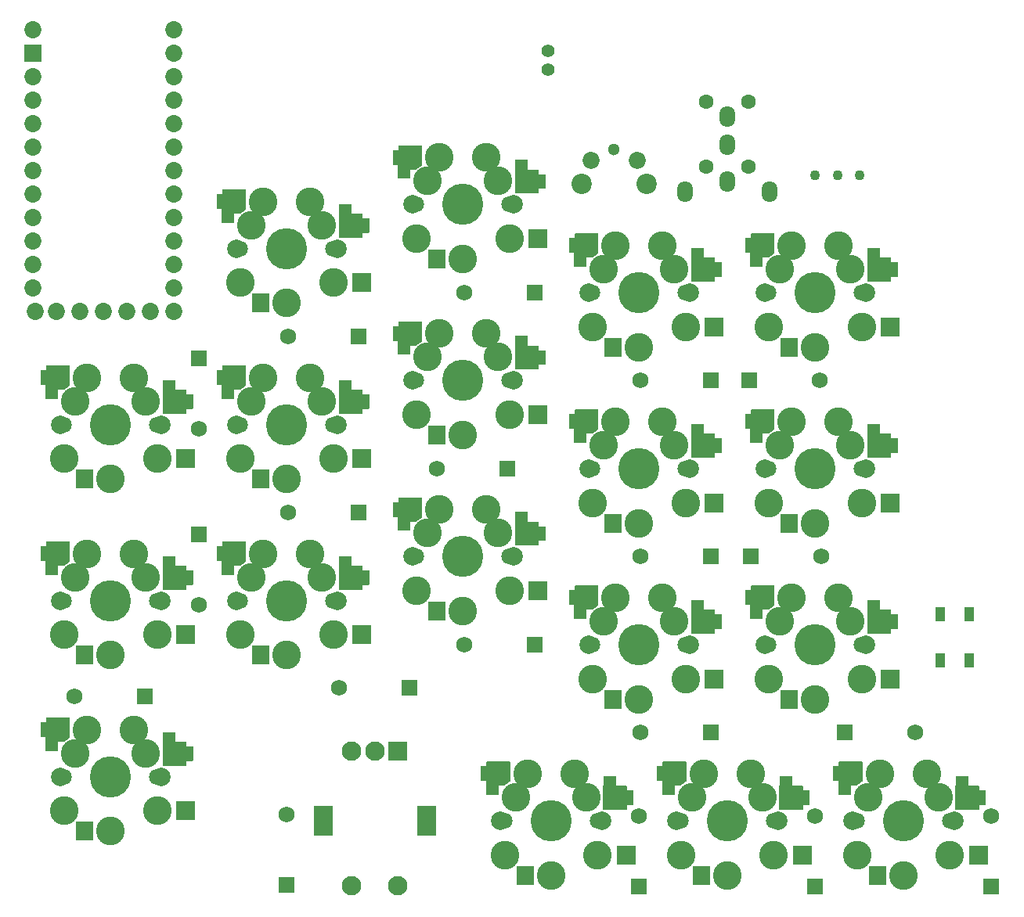
<source format=gbr>
%TF.GenerationSoftware,KiCad,Pcbnew,(5.1.6)-1*%
%TF.CreationDate,2021-05-04T17:20:08-05:00*%
%TF.ProjectId,FlatDox,466c6174-446f-4782-9e6b-696361645f70,rev?*%
%TF.SameCoordinates,Original*%
%TF.FileFunction,Soldermask,Top*%
%TF.FilePolarity,Negative*%
%FSLAX46Y46*%
G04 Gerber Fmt 4.6, Leading zero omitted, Abs format (unit mm)*
G04 Created by KiCad (PCBNEW (5.1.6)-1) date 2021-05-04 17:20:08*
%MOMM*%
%LPD*%
G01*
G04 APERTURE LIST*
%ADD10R,1.400000X2.100000*%
%ADD11C,0.100000*%
%ADD12C,3.100000*%
%ADD13C,1.800000*%
%ADD14C,2.000000*%
%ADD15C,4.450000*%
%ADD16R,2.100000X2.100000*%
%ADD17R,1.900000X2.100000*%
%ADD18R,1.751000X1.751000*%
%ADD19C,1.751000*%
%ADD20C,1.852600*%
%ADD21R,1.852600X1.852600*%
%ADD22C,2.100000*%
%ADD23R,2.100000X3.300000*%
%ADD24C,2.200000*%
%ADD25C,1.850000*%
%ADD26C,1.300000*%
%ADD27O,1.700000X2.300000*%
%ADD28C,1.600000*%
%ADD29R,0.999160X1.601140*%
%ADD30C,1.400000*%
%ADD31C,1.100000*%
G04 APERTURE END LIST*
D10*
%TO.C,SW15*%
X152159970Y-109820710D03*
X164859970Y-109820710D03*
D11*
G36*
X154014872Y-107230951D02*
G01*
X154024627Y-107231912D01*
X154034239Y-107233824D01*
X154043618Y-107236669D01*
X154052674Y-107240420D01*
X154061319Y-107245041D01*
X154069470Y-107250488D01*
X154077046Y-107256706D01*
X154083974Y-107263634D01*
X154090192Y-107271210D01*
X154095639Y-107279361D01*
X154100260Y-107288006D01*
X154104011Y-107297062D01*
X154106856Y-107306441D01*
X154108768Y-107316053D01*
X154109729Y-107325808D01*
X154109970Y-107330710D01*
X154109970Y-109330710D01*
X154109729Y-109335612D01*
X154108768Y-109345367D01*
X154106856Y-109354979D01*
X154104011Y-109364358D01*
X154100260Y-109373414D01*
X154095639Y-109382059D01*
X154090192Y-109390210D01*
X154083974Y-109397786D01*
X154077028Y-109404729D01*
X154069408Y-109410977D01*
X154065440Y-109413916D01*
X153465440Y-109813916D01*
X153461227Y-109816434D01*
X153452578Y-109821045D01*
X153443517Y-109824787D01*
X153434134Y-109827622D01*
X153424550Y-109829521D01*
X153414847Y-109830472D01*
X153409970Y-109830710D01*
X151609970Y-109830710D01*
X151605068Y-109830469D01*
X151595313Y-109829508D01*
X151585701Y-109827596D01*
X151576322Y-109824751D01*
X151567266Y-109821000D01*
X151558621Y-109816379D01*
X151550470Y-109810932D01*
X151542894Y-109804714D01*
X151535966Y-109797786D01*
X151529748Y-109790210D01*
X151524301Y-109782059D01*
X151519680Y-109773414D01*
X151515929Y-109764358D01*
X151513084Y-109754979D01*
X151511172Y-109745367D01*
X151510211Y-109735612D01*
X151509970Y-109730710D01*
X151509970Y-109330710D01*
X150959970Y-109330710D01*
X150950215Y-109329749D01*
X150940836Y-109326904D01*
X150932191Y-109322283D01*
X150924615Y-109316065D01*
X150918397Y-109308489D01*
X150913776Y-109299844D01*
X150910931Y-109290465D01*
X150909970Y-109280710D01*
X150909970Y-107780710D01*
X150910931Y-107770955D01*
X150913776Y-107761576D01*
X150918397Y-107752931D01*
X150924615Y-107745355D01*
X150932191Y-107739137D01*
X150940836Y-107734516D01*
X150950215Y-107731671D01*
X150959970Y-107730710D01*
X151509970Y-107730710D01*
X151509970Y-107330710D01*
X151510211Y-107325808D01*
X151511172Y-107316053D01*
X151513084Y-107306441D01*
X151515929Y-107297062D01*
X151519680Y-107288006D01*
X151524301Y-107279361D01*
X151529748Y-107271210D01*
X151535966Y-107263634D01*
X151542894Y-107256706D01*
X151550470Y-107250488D01*
X151558621Y-107245041D01*
X151567266Y-107240420D01*
X151576322Y-107236669D01*
X151585701Y-107233824D01*
X151595313Y-107231912D01*
X151605068Y-107230951D01*
X151609970Y-107230710D01*
X154009970Y-107230710D01*
X154014872Y-107230951D01*
G37*
G36*
X166614872Y-109830951D02*
G01*
X166624627Y-109831912D01*
X166634239Y-109833824D01*
X166643618Y-109836669D01*
X166652674Y-109840420D01*
X166661319Y-109845041D01*
X166669470Y-109850488D01*
X166677046Y-109856706D01*
X166683974Y-109863634D01*
X166690192Y-109871210D01*
X166695639Y-109879361D01*
X166700260Y-109888006D01*
X166704011Y-109897062D01*
X166706856Y-109906441D01*
X166708768Y-109916053D01*
X166709729Y-109925808D01*
X166709970Y-109930710D01*
X166709970Y-110330710D01*
X167359970Y-110330710D01*
X167369725Y-110331671D01*
X167379104Y-110334516D01*
X167387749Y-110339137D01*
X167395325Y-110345355D01*
X167401543Y-110352931D01*
X167406164Y-110361576D01*
X167409009Y-110370955D01*
X167409970Y-110380710D01*
X167409970Y-111880710D01*
X167409009Y-111890465D01*
X167406164Y-111899844D01*
X167401543Y-111908489D01*
X167395325Y-111916065D01*
X167387749Y-111922283D01*
X167379104Y-111926904D01*
X167369725Y-111929749D01*
X167359970Y-111930710D01*
X166709970Y-111930710D01*
X166709970Y-112330710D01*
X166709729Y-112335612D01*
X166708768Y-112345367D01*
X166706856Y-112354979D01*
X166704011Y-112364358D01*
X166700260Y-112373414D01*
X166695639Y-112382059D01*
X166690192Y-112390210D01*
X166683974Y-112397786D01*
X166677046Y-112404714D01*
X166669470Y-112410932D01*
X166661319Y-112416379D01*
X166652674Y-112421000D01*
X166643618Y-112424751D01*
X166634239Y-112427596D01*
X166624627Y-112429508D01*
X166614872Y-112430469D01*
X166609970Y-112430710D01*
X164209970Y-112430710D01*
X164205068Y-112430469D01*
X164195313Y-112429508D01*
X164185701Y-112427596D01*
X164176322Y-112424751D01*
X164167266Y-112421000D01*
X164158621Y-112416379D01*
X164150470Y-112410932D01*
X164142894Y-112404714D01*
X164135966Y-112397786D01*
X164129748Y-112390210D01*
X164124301Y-112382059D01*
X164119680Y-112373414D01*
X164115929Y-112364358D01*
X164113084Y-112354979D01*
X164111172Y-112345367D01*
X164110211Y-112335612D01*
X164109970Y-112330710D01*
X164109970Y-109930710D01*
X164110211Y-109925808D01*
X164111172Y-109916053D01*
X164113084Y-109906441D01*
X164115929Y-109897062D01*
X164119680Y-109888006D01*
X164124301Y-109879361D01*
X164129748Y-109871210D01*
X164135966Y-109863634D01*
X164142894Y-109856706D01*
X164150470Y-109850488D01*
X164158621Y-109845041D01*
X164167266Y-109840420D01*
X164176322Y-109836669D01*
X164185701Y-109833824D01*
X164195313Y-109831912D01*
X164205068Y-109830951D01*
X164209970Y-109830710D01*
X166609970Y-109830710D01*
X166614872Y-109830951D01*
G37*
D12*
X154699970Y-111090709D03*
D13*
X153429970Y-113630710D03*
X163589970Y-113630710D03*
D14*
X164009970Y-113630710D03*
X153009970Y-113630710D03*
D15*
X158509970Y-113630710D03*
D12*
X161049970Y-108550710D03*
X158509970Y-119530710D03*
X153509970Y-117330710D03*
D16*
X166609970Y-117330710D03*
D17*
X155709970Y-119530710D03*
D12*
X163509970Y-117330710D03*
X155969970Y-108550710D03*
X162319970Y-111090710D03*
%TD*%
D10*
%TO.C,SW9*%
X133109970Y-90770710D03*
X145809970Y-90770710D03*
D11*
G36*
X134964872Y-88180951D02*
G01*
X134974627Y-88181912D01*
X134984239Y-88183824D01*
X134993618Y-88186669D01*
X135002674Y-88190420D01*
X135011319Y-88195041D01*
X135019470Y-88200488D01*
X135027046Y-88206706D01*
X135033974Y-88213634D01*
X135040192Y-88221210D01*
X135045639Y-88229361D01*
X135050260Y-88238006D01*
X135054011Y-88247062D01*
X135056856Y-88256441D01*
X135058768Y-88266053D01*
X135059729Y-88275808D01*
X135059970Y-88280710D01*
X135059970Y-90280710D01*
X135059729Y-90285612D01*
X135058768Y-90295367D01*
X135056856Y-90304979D01*
X135054011Y-90314358D01*
X135050260Y-90323414D01*
X135045639Y-90332059D01*
X135040192Y-90340210D01*
X135033974Y-90347786D01*
X135027028Y-90354729D01*
X135019408Y-90360977D01*
X135015440Y-90363916D01*
X134415440Y-90763916D01*
X134411227Y-90766434D01*
X134402578Y-90771045D01*
X134393517Y-90774787D01*
X134384134Y-90777622D01*
X134374550Y-90779521D01*
X134364847Y-90780472D01*
X134359970Y-90780710D01*
X132559970Y-90780710D01*
X132555068Y-90780469D01*
X132545313Y-90779508D01*
X132535701Y-90777596D01*
X132526322Y-90774751D01*
X132517266Y-90771000D01*
X132508621Y-90766379D01*
X132500470Y-90760932D01*
X132492894Y-90754714D01*
X132485966Y-90747786D01*
X132479748Y-90740210D01*
X132474301Y-90732059D01*
X132469680Y-90723414D01*
X132465929Y-90714358D01*
X132463084Y-90704979D01*
X132461172Y-90695367D01*
X132460211Y-90685612D01*
X132459970Y-90680710D01*
X132459970Y-90280710D01*
X131909970Y-90280710D01*
X131900215Y-90279749D01*
X131890836Y-90276904D01*
X131882191Y-90272283D01*
X131874615Y-90266065D01*
X131868397Y-90258489D01*
X131863776Y-90249844D01*
X131860931Y-90240465D01*
X131859970Y-90230710D01*
X131859970Y-88730710D01*
X131860931Y-88720955D01*
X131863776Y-88711576D01*
X131868397Y-88702931D01*
X131874615Y-88695355D01*
X131882191Y-88689137D01*
X131890836Y-88684516D01*
X131900215Y-88681671D01*
X131909970Y-88680710D01*
X132459970Y-88680710D01*
X132459970Y-88280710D01*
X132460211Y-88275808D01*
X132461172Y-88266053D01*
X132463084Y-88256441D01*
X132465929Y-88247062D01*
X132469680Y-88238006D01*
X132474301Y-88229361D01*
X132479748Y-88221210D01*
X132485966Y-88213634D01*
X132492894Y-88206706D01*
X132500470Y-88200488D01*
X132508621Y-88195041D01*
X132517266Y-88190420D01*
X132526322Y-88186669D01*
X132535701Y-88183824D01*
X132545313Y-88181912D01*
X132555068Y-88180951D01*
X132559970Y-88180710D01*
X134959970Y-88180710D01*
X134964872Y-88180951D01*
G37*
G36*
X147564872Y-90780951D02*
G01*
X147574627Y-90781912D01*
X147584239Y-90783824D01*
X147593618Y-90786669D01*
X147602674Y-90790420D01*
X147611319Y-90795041D01*
X147619470Y-90800488D01*
X147627046Y-90806706D01*
X147633974Y-90813634D01*
X147640192Y-90821210D01*
X147645639Y-90829361D01*
X147650260Y-90838006D01*
X147654011Y-90847062D01*
X147656856Y-90856441D01*
X147658768Y-90866053D01*
X147659729Y-90875808D01*
X147659970Y-90880710D01*
X147659970Y-91280710D01*
X148309970Y-91280710D01*
X148319725Y-91281671D01*
X148329104Y-91284516D01*
X148337749Y-91289137D01*
X148345325Y-91295355D01*
X148351543Y-91302931D01*
X148356164Y-91311576D01*
X148359009Y-91320955D01*
X148359970Y-91330710D01*
X148359970Y-92830710D01*
X148359009Y-92840465D01*
X148356164Y-92849844D01*
X148351543Y-92858489D01*
X148345325Y-92866065D01*
X148337749Y-92872283D01*
X148329104Y-92876904D01*
X148319725Y-92879749D01*
X148309970Y-92880710D01*
X147659970Y-92880710D01*
X147659970Y-93280710D01*
X147659729Y-93285612D01*
X147658768Y-93295367D01*
X147656856Y-93304979D01*
X147654011Y-93314358D01*
X147650260Y-93323414D01*
X147645639Y-93332059D01*
X147640192Y-93340210D01*
X147633974Y-93347786D01*
X147627046Y-93354714D01*
X147619470Y-93360932D01*
X147611319Y-93366379D01*
X147602674Y-93371000D01*
X147593618Y-93374751D01*
X147584239Y-93377596D01*
X147574627Y-93379508D01*
X147564872Y-93380469D01*
X147559970Y-93380710D01*
X145159970Y-93380710D01*
X145155068Y-93380469D01*
X145145313Y-93379508D01*
X145135701Y-93377596D01*
X145126322Y-93374751D01*
X145117266Y-93371000D01*
X145108621Y-93366379D01*
X145100470Y-93360932D01*
X145092894Y-93354714D01*
X145085966Y-93347786D01*
X145079748Y-93340210D01*
X145074301Y-93332059D01*
X145069680Y-93323414D01*
X145065929Y-93314358D01*
X145063084Y-93304979D01*
X145061172Y-93295367D01*
X145060211Y-93285612D01*
X145059970Y-93280710D01*
X145059970Y-90880710D01*
X145060211Y-90875808D01*
X145061172Y-90866053D01*
X145063084Y-90856441D01*
X145065929Y-90847062D01*
X145069680Y-90838006D01*
X145074301Y-90829361D01*
X145079748Y-90821210D01*
X145085966Y-90813634D01*
X145092894Y-90806706D01*
X145100470Y-90800488D01*
X145108621Y-90795041D01*
X145117266Y-90790420D01*
X145126322Y-90786669D01*
X145135701Y-90783824D01*
X145145313Y-90781912D01*
X145155068Y-90780951D01*
X145159970Y-90780710D01*
X147559970Y-90780710D01*
X147564872Y-90780951D01*
G37*
D12*
X135649970Y-92040709D03*
D13*
X134379970Y-94580710D03*
X144539970Y-94580710D03*
D14*
X144959970Y-94580710D03*
X133959970Y-94580710D03*
D15*
X139459970Y-94580710D03*
D12*
X141999970Y-89500710D03*
X139459970Y-100480710D03*
X134459970Y-98280710D03*
D16*
X147559970Y-98280710D03*
D17*
X136659970Y-100480710D03*
D12*
X144459970Y-98280710D03*
X136919970Y-89500710D03*
X143269970Y-92040710D03*
%TD*%
D10*
%TO.C,SW17*%
X123584970Y-128870710D03*
X136284970Y-128870710D03*
D11*
G36*
X125439872Y-126280951D02*
G01*
X125449627Y-126281912D01*
X125459239Y-126283824D01*
X125468618Y-126286669D01*
X125477674Y-126290420D01*
X125486319Y-126295041D01*
X125494470Y-126300488D01*
X125502046Y-126306706D01*
X125508974Y-126313634D01*
X125515192Y-126321210D01*
X125520639Y-126329361D01*
X125525260Y-126338006D01*
X125529011Y-126347062D01*
X125531856Y-126356441D01*
X125533768Y-126366053D01*
X125534729Y-126375808D01*
X125534970Y-126380710D01*
X125534970Y-128380710D01*
X125534729Y-128385612D01*
X125533768Y-128395367D01*
X125531856Y-128404979D01*
X125529011Y-128414358D01*
X125525260Y-128423414D01*
X125520639Y-128432059D01*
X125515192Y-128440210D01*
X125508974Y-128447786D01*
X125502028Y-128454729D01*
X125494408Y-128460977D01*
X125490440Y-128463916D01*
X124890440Y-128863916D01*
X124886227Y-128866434D01*
X124877578Y-128871045D01*
X124868517Y-128874787D01*
X124859134Y-128877622D01*
X124849550Y-128879521D01*
X124839847Y-128880472D01*
X124834970Y-128880710D01*
X123034970Y-128880710D01*
X123030068Y-128880469D01*
X123020313Y-128879508D01*
X123010701Y-128877596D01*
X123001322Y-128874751D01*
X122992266Y-128871000D01*
X122983621Y-128866379D01*
X122975470Y-128860932D01*
X122967894Y-128854714D01*
X122960966Y-128847786D01*
X122954748Y-128840210D01*
X122949301Y-128832059D01*
X122944680Y-128823414D01*
X122940929Y-128814358D01*
X122938084Y-128804979D01*
X122936172Y-128795367D01*
X122935211Y-128785612D01*
X122934970Y-128780710D01*
X122934970Y-128380710D01*
X122384970Y-128380710D01*
X122375215Y-128379749D01*
X122365836Y-128376904D01*
X122357191Y-128372283D01*
X122349615Y-128366065D01*
X122343397Y-128358489D01*
X122338776Y-128349844D01*
X122335931Y-128340465D01*
X122334970Y-128330710D01*
X122334970Y-126830710D01*
X122335931Y-126820955D01*
X122338776Y-126811576D01*
X122343397Y-126802931D01*
X122349615Y-126795355D01*
X122357191Y-126789137D01*
X122365836Y-126784516D01*
X122375215Y-126781671D01*
X122384970Y-126780710D01*
X122934970Y-126780710D01*
X122934970Y-126380710D01*
X122935211Y-126375808D01*
X122936172Y-126366053D01*
X122938084Y-126356441D01*
X122940929Y-126347062D01*
X122944680Y-126338006D01*
X122949301Y-126329361D01*
X122954748Y-126321210D01*
X122960966Y-126313634D01*
X122967894Y-126306706D01*
X122975470Y-126300488D01*
X122983621Y-126295041D01*
X122992266Y-126290420D01*
X123001322Y-126286669D01*
X123010701Y-126283824D01*
X123020313Y-126281912D01*
X123030068Y-126280951D01*
X123034970Y-126280710D01*
X125434970Y-126280710D01*
X125439872Y-126280951D01*
G37*
G36*
X138039872Y-128880951D02*
G01*
X138049627Y-128881912D01*
X138059239Y-128883824D01*
X138068618Y-128886669D01*
X138077674Y-128890420D01*
X138086319Y-128895041D01*
X138094470Y-128900488D01*
X138102046Y-128906706D01*
X138108974Y-128913634D01*
X138115192Y-128921210D01*
X138120639Y-128929361D01*
X138125260Y-128938006D01*
X138129011Y-128947062D01*
X138131856Y-128956441D01*
X138133768Y-128966053D01*
X138134729Y-128975808D01*
X138134970Y-128980710D01*
X138134970Y-129380710D01*
X138784970Y-129380710D01*
X138794725Y-129381671D01*
X138804104Y-129384516D01*
X138812749Y-129389137D01*
X138820325Y-129395355D01*
X138826543Y-129402931D01*
X138831164Y-129411576D01*
X138834009Y-129420955D01*
X138834970Y-129430710D01*
X138834970Y-130930710D01*
X138834009Y-130940465D01*
X138831164Y-130949844D01*
X138826543Y-130958489D01*
X138820325Y-130966065D01*
X138812749Y-130972283D01*
X138804104Y-130976904D01*
X138794725Y-130979749D01*
X138784970Y-130980710D01*
X138134970Y-130980710D01*
X138134970Y-131380710D01*
X138134729Y-131385612D01*
X138133768Y-131395367D01*
X138131856Y-131404979D01*
X138129011Y-131414358D01*
X138125260Y-131423414D01*
X138120639Y-131432059D01*
X138115192Y-131440210D01*
X138108974Y-131447786D01*
X138102046Y-131454714D01*
X138094470Y-131460932D01*
X138086319Y-131466379D01*
X138077674Y-131471000D01*
X138068618Y-131474751D01*
X138059239Y-131477596D01*
X138049627Y-131479508D01*
X138039872Y-131480469D01*
X138034970Y-131480710D01*
X135634970Y-131480710D01*
X135630068Y-131480469D01*
X135620313Y-131479508D01*
X135610701Y-131477596D01*
X135601322Y-131474751D01*
X135592266Y-131471000D01*
X135583621Y-131466379D01*
X135575470Y-131460932D01*
X135567894Y-131454714D01*
X135560966Y-131447786D01*
X135554748Y-131440210D01*
X135549301Y-131432059D01*
X135544680Y-131423414D01*
X135540929Y-131414358D01*
X135538084Y-131404979D01*
X135536172Y-131395367D01*
X135535211Y-131385612D01*
X135534970Y-131380710D01*
X135534970Y-128980710D01*
X135535211Y-128975808D01*
X135536172Y-128966053D01*
X135538084Y-128956441D01*
X135540929Y-128947062D01*
X135544680Y-128938006D01*
X135549301Y-128929361D01*
X135554748Y-128921210D01*
X135560966Y-128913634D01*
X135567894Y-128906706D01*
X135575470Y-128900488D01*
X135583621Y-128895041D01*
X135592266Y-128890420D01*
X135601322Y-128886669D01*
X135610701Y-128883824D01*
X135620313Y-128881912D01*
X135630068Y-128880951D01*
X135634970Y-128880710D01*
X138034970Y-128880710D01*
X138039872Y-128880951D01*
G37*
D12*
X126124970Y-130140709D03*
D13*
X124854970Y-132680710D03*
X135014970Y-132680710D03*
D14*
X135434970Y-132680710D03*
X124434970Y-132680710D03*
D15*
X129934970Y-132680710D03*
D12*
X132474970Y-127600710D03*
X129934970Y-138580710D03*
X124934970Y-136380710D03*
D16*
X138034970Y-136380710D03*
D17*
X127134970Y-138580710D03*
D12*
X134934970Y-136380710D03*
X127394970Y-127600710D03*
X133744970Y-130140710D03*
%TD*%
D10*
%TO.C,SW8*%
X114059970Y-81245710D03*
X126759970Y-81245710D03*
D11*
G36*
X115914872Y-78655951D02*
G01*
X115924627Y-78656912D01*
X115934239Y-78658824D01*
X115943618Y-78661669D01*
X115952674Y-78665420D01*
X115961319Y-78670041D01*
X115969470Y-78675488D01*
X115977046Y-78681706D01*
X115983974Y-78688634D01*
X115990192Y-78696210D01*
X115995639Y-78704361D01*
X116000260Y-78713006D01*
X116004011Y-78722062D01*
X116006856Y-78731441D01*
X116008768Y-78741053D01*
X116009729Y-78750808D01*
X116009970Y-78755710D01*
X116009970Y-80755710D01*
X116009729Y-80760612D01*
X116008768Y-80770367D01*
X116006856Y-80779979D01*
X116004011Y-80789358D01*
X116000260Y-80798414D01*
X115995639Y-80807059D01*
X115990192Y-80815210D01*
X115983974Y-80822786D01*
X115977028Y-80829729D01*
X115969408Y-80835977D01*
X115965440Y-80838916D01*
X115365440Y-81238916D01*
X115361227Y-81241434D01*
X115352578Y-81246045D01*
X115343517Y-81249787D01*
X115334134Y-81252622D01*
X115324550Y-81254521D01*
X115314847Y-81255472D01*
X115309970Y-81255710D01*
X113509970Y-81255710D01*
X113505068Y-81255469D01*
X113495313Y-81254508D01*
X113485701Y-81252596D01*
X113476322Y-81249751D01*
X113467266Y-81246000D01*
X113458621Y-81241379D01*
X113450470Y-81235932D01*
X113442894Y-81229714D01*
X113435966Y-81222786D01*
X113429748Y-81215210D01*
X113424301Y-81207059D01*
X113419680Y-81198414D01*
X113415929Y-81189358D01*
X113413084Y-81179979D01*
X113411172Y-81170367D01*
X113410211Y-81160612D01*
X113409970Y-81155710D01*
X113409970Y-80755710D01*
X112859970Y-80755710D01*
X112850215Y-80754749D01*
X112840836Y-80751904D01*
X112832191Y-80747283D01*
X112824615Y-80741065D01*
X112818397Y-80733489D01*
X112813776Y-80724844D01*
X112810931Y-80715465D01*
X112809970Y-80705710D01*
X112809970Y-79205710D01*
X112810931Y-79195955D01*
X112813776Y-79186576D01*
X112818397Y-79177931D01*
X112824615Y-79170355D01*
X112832191Y-79164137D01*
X112840836Y-79159516D01*
X112850215Y-79156671D01*
X112859970Y-79155710D01*
X113409970Y-79155710D01*
X113409970Y-78755710D01*
X113410211Y-78750808D01*
X113411172Y-78741053D01*
X113413084Y-78731441D01*
X113415929Y-78722062D01*
X113419680Y-78713006D01*
X113424301Y-78704361D01*
X113429748Y-78696210D01*
X113435966Y-78688634D01*
X113442894Y-78681706D01*
X113450470Y-78675488D01*
X113458621Y-78670041D01*
X113467266Y-78665420D01*
X113476322Y-78661669D01*
X113485701Y-78658824D01*
X113495313Y-78656912D01*
X113505068Y-78655951D01*
X113509970Y-78655710D01*
X115909970Y-78655710D01*
X115914872Y-78655951D01*
G37*
G36*
X128514872Y-81255951D02*
G01*
X128524627Y-81256912D01*
X128534239Y-81258824D01*
X128543618Y-81261669D01*
X128552674Y-81265420D01*
X128561319Y-81270041D01*
X128569470Y-81275488D01*
X128577046Y-81281706D01*
X128583974Y-81288634D01*
X128590192Y-81296210D01*
X128595639Y-81304361D01*
X128600260Y-81313006D01*
X128604011Y-81322062D01*
X128606856Y-81331441D01*
X128608768Y-81341053D01*
X128609729Y-81350808D01*
X128609970Y-81355710D01*
X128609970Y-81755710D01*
X129259970Y-81755710D01*
X129269725Y-81756671D01*
X129279104Y-81759516D01*
X129287749Y-81764137D01*
X129295325Y-81770355D01*
X129301543Y-81777931D01*
X129306164Y-81786576D01*
X129309009Y-81795955D01*
X129309970Y-81805710D01*
X129309970Y-83305710D01*
X129309009Y-83315465D01*
X129306164Y-83324844D01*
X129301543Y-83333489D01*
X129295325Y-83341065D01*
X129287749Y-83347283D01*
X129279104Y-83351904D01*
X129269725Y-83354749D01*
X129259970Y-83355710D01*
X128609970Y-83355710D01*
X128609970Y-83755710D01*
X128609729Y-83760612D01*
X128608768Y-83770367D01*
X128606856Y-83779979D01*
X128604011Y-83789358D01*
X128600260Y-83798414D01*
X128595639Y-83807059D01*
X128590192Y-83815210D01*
X128583974Y-83822786D01*
X128577046Y-83829714D01*
X128569470Y-83835932D01*
X128561319Y-83841379D01*
X128552674Y-83846000D01*
X128543618Y-83849751D01*
X128534239Y-83852596D01*
X128524627Y-83854508D01*
X128514872Y-83855469D01*
X128509970Y-83855710D01*
X126109970Y-83855710D01*
X126105068Y-83855469D01*
X126095313Y-83854508D01*
X126085701Y-83852596D01*
X126076322Y-83849751D01*
X126067266Y-83846000D01*
X126058621Y-83841379D01*
X126050470Y-83835932D01*
X126042894Y-83829714D01*
X126035966Y-83822786D01*
X126029748Y-83815210D01*
X126024301Y-83807059D01*
X126019680Y-83798414D01*
X126015929Y-83789358D01*
X126013084Y-83779979D01*
X126011172Y-83770367D01*
X126010211Y-83760612D01*
X126009970Y-83755710D01*
X126009970Y-81355710D01*
X126010211Y-81350808D01*
X126011172Y-81341053D01*
X126013084Y-81331441D01*
X126015929Y-81322062D01*
X126019680Y-81313006D01*
X126024301Y-81304361D01*
X126029748Y-81296210D01*
X126035966Y-81288634D01*
X126042894Y-81281706D01*
X126050470Y-81275488D01*
X126058621Y-81270041D01*
X126067266Y-81265420D01*
X126076322Y-81261669D01*
X126085701Y-81258824D01*
X126095313Y-81256912D01*
X126105068Y-81255951D01*
X126109970Y-81255710D01*
X128509970Y-81255710D01*
X128514872Y-81255951D01*
G37*
D12*
X116599970Y-82515709D03*
D13*
X115329970Y-85055710D03*
X125489970Y-85055710D03*
D14*
X125909970Y-85055710D03*
X114909970Y-85055710D03*
D15*
X120409970Y-85055710D03*
D12*
X122949970Y-79975710D03*
X120409970Y-90955710D03*
X115409970Y-88755710D03*
D16*
X128509970Y-88755710D03*
D17*
X117609970Y-90955710D03*
D12*
X125409970Y-88755710D03*
X117869970Y-79975710D03*
X124219970Y-82515710D03*
%TD*%
D10*
%TO.C,SW4*%
X133109970Y-71720710D03*
X145809970Y-71720710D03*
D11*
G36*
X134964872Y-69130951D02*
G01*
X134974627Y-69131912D01*
X134984239Y-69133824D01*
X134993618Y-69136669D01*
X135002674Y-69140420D01*
X135011319Y-69145041D01*
X135019470Y-69150488D01*
X135027046Y-69156706D01*
X135033974Y-69163634D01*
X135040192Y-69171210D01*
X135045639Y-69179361D01*
X135050260Y-69188006D01*
X135054011Y-69197062D01*
X135056856Y-69206441D01*
X135058768Y-69216053D01*
X135059729Y-69225808D01*
X135059970Y-69230710D01*
X135059970Y-71230710D01*
X135059729Y-71235612D01*
X135058768Y-71245367D01*
X135056856Y-71254979D01*
X135054011Y-71264358D01*
X135050260Y-71273414D01*
X135045639Y-71282059D01*
X135040192Y-71290210D01*
X135033974Y-71297786D01*
X135027028Y-71304729D01*
X135019408Y-71310977D01*
X135015440Y-71313916D01*
X134415440Y-71713916D01*
X134411227Y-71716434D01*
X134402578Y-71721045D01*
X134393517Y-71724787D01*
X134384134Y-71727622D01*
X134374550Y-71729521D01*
X134364847Y-71730472D01*
X134359970Y-71730710D01*
X132559970Y-71730710D01*
X132555068Y-71730469D01*
X132545313Y-71729508D01*
X132535701Y-71727596D01*
X132526322Y-71724751D01*
X132517266Y-71721000D01*
X132508621Y-71716379D01*
X132500470Y-71710932D01*
X132492894Y-71704714D01*
X132485966Y-71697786D01*
X132479748Y-71690210D01*
X132474301Y-71682059D01*
X132469680Y-71673414D01*
X132465929Y-71664358D01*
X132463084Y-71654979D01*
X132461172Y-71645367D01*
X132460211Y-71635612D01*
X132459970Y-71630710D01*
X132459970Y-71230710D01*
X131909970Y-71230710D01*
X131900215Y-71229749D01*
X131890836Y-71226904D01*
X131882191Y-71222283D01*
X131874615Y-71216065D01*
X131868397Y-71208489D01*
X131863776Y-71199844D01*
X131860931Y-71190465D01*
X131859970Y-71180710D01*
X131859970Y-69680710D01*
X131860931Y-69670955D01*
X131863776Y-69661576D01*
X131868397Y-69652931D01*
X131874615Y-69645355D01*
X131882191Y-69639137D01*
X131890836Y-69634516D01*
X131900215Y-69631671D01*
X131909970Y-69630710D01*
X132459970Y-69630710D01*
X132459970Y-69230710D01*
X132460211Y-69225808D01*
X132461172Y-69216053D01*
X132463084Y-69206441D01*
X132465929Y-69197062D01*
X132469680Y-69188006D01*
X132474301Y-69179361D01*
X132479748Y-69171210D01*
X132485966Y-69163634D01*
X132492894Y-69156706D01*
X132500470Y-69150488D01*
X132508621Y-69145041D01*
X132517266Y-69140420D01*
X132526322Y-69136669D01*
X132535701Y-69133824D01*
X132545313Y-69131912D01*
X132555068Y-69130951D01*
X132559970Y-69130710D01*
X134959970Y-69130710D01*
X134964872Y-69130951D01*
G37*
G36*
X147564872Y-71730951D02*
G01*
X147574627Y-71731912D01*
X147584239Y-71733824D01*
X147593618Y-71736669D01*
X147602674Y-71740420D01*
X147611319Y-71745041D01*
X147619470Y-71750488D01*
X147627046Y-71756706D01*
X147633974Y-71763634D01*
X147640192Y-71771210D01*
X147645639Y-71779361D01*
X147650260Y-71788006D01*
X147654011Y-71797062D01*
X147656856Y-71806441D01*
X147658768Y-71816053D01*
X147659729Y-71825808D01*
X147659970Y-71830710D01*
X147659970Y-72230710D01*
X148309970Y-72230710D01*
X148319725Y-72231671D01*
X148329104Y-72234516D01*
X148337749Y-72239137D01*
X148345325Y-72245355D01*
X148351543Y-72252931D01*
X148356164Y-72261576D01*
X148359009Y-72270955D01*
X148359970Y-72280710D01*
X148359970Y-73780710D01*
X148359009Y-73790465D01*
X148356164Y-73799844D01*
X148351543Y-73808489D01*
X148345325Y-73816065D01*
X148337749Y-73822283D01*
X148329104Y-73826904D01*
X148319725Y-73829749D01*
X148309970Y-73830710D01*
X147659970Y-73830710D01*
X147659970Y-74230710D01*
X147659729Y-74235612D01*
X147658768Y-74245367D01*
X147656856Y-74254979D01*
X147654011Y-74264358D01*
X147650260Y-74273414D01*
X147645639Y-74282059D01*
X147640192Y-74290210D01*
X147633974Y-74297786D01*
X147627046Y-74304714D01*
X147619470Y-74310932D01*
X147611319Y-74316379D01*
X147602674Y-74321000D01*
X147593618Y-74324751D01*
X147584239Y-74327596D01*
X147574627Y-74329508D01*
X147564872Y-74330469D01*
X147559970Y-74330710D01*
X145159970Y-74330710D01*
X145155068Y-74330469D01*
X145145313Y-74329508D01*
X145135701Y-74327596D01*
X145126322Y-74324751D01*
X145117266Y-74321000D01*
X145108621Y-74316379D01*
X145100470Y-74310932D01*
X145092894Y-74304714D01*
X145085966Y-74297786D01*
X145079748Y-74290210D01*
X145074301Y-74282059D01*
X145069680Y-74273414D01*
X145065929Y-74264358D01*
X145063084Y-74254979D01*
X145061172Y-74245367D01*
X145060211Y-74235612D01*
X145059970Y-74230710D01*
X145059970Y-71830710D01*
X145060211Y-71825808D01*
X145061172Y-71816053D01*
X145063084Y-71806441D01*
X145065929Y-71797062D01*
X145069680Y-71788006D01*
X145074301Y-71779361D01*
X145079748Y-71771210D01*
X145085966Y-71763634D01*
X145092894Y-71756706D01*
X145100470Y-71750488D01*
X145108621Y-71745041D01*
X145117266Y-71740420D01*
X145126322Y-71736669D01*
X145135701Y-71733824D01*
X145145313Y-71731912D01*
X145155068Y-71730951D01*
X145159970Y-71730710D01*
X147559970Y-71730710D01*
X147564872Y-71730951D01*
G37*
D12*
X135649970Y-72990709D03*
D13*
X134379970Y-75530710D03*
X144539970Y-75530710D03*
D14*
X144959970Y-75530710D03*
X133959970Y-75530710D03*
D15*
X139459970Y-75530710D03*
D12*
X141999970Y-70450710D03*
X139459970Y-81430710D03*
X134459970Y-79230710D03*
D16*
X147559970Y-79230710D03*
D17*
X136659970Y-81430710D03*
D12*
X144459970Y-79230710D03*
X136919970Y-70450710D03*
X143269970Y-72990710D03*
%TD*%
D10*
%TO.C,SW18*%
X142634970Y-128870710D03*
X155334970Y-128870710D03*
D11*
G36*
X144489872Y-126280951D02*
G01*
X144499627Y-126281912D01*
X144509239Y-126283824D01*
X144518618Y-126286669D01*
X144527674Y-126290420D01*
X144536319Y-126295041D01*
X144544470Y-126300488D01*
X144552046Y-126306706D01*
X144558974Y-126313634D01*
X144565192Y-126321210D01*
X144570639Y-126329361D01*
X144575260Y-126338006D01*
X144579011Y-126347062D01*
X144581856Y-126356441D01*
X144583768Y-126366053D01*
X144584729Y-126375808D01*
X144584970Y-126380710D01*
X144584970Y-128380710D01*
X144584729Y-128385612D01*
X144583768Y-128395367D01*
X144581856Y-128404979D01*
X144579011Y-128414358D01*
X144575260Y-128423414D01*
X144570639Y-128432059D01*
X144565192Y-128440210D01*
X144558974Y-128447786D01*
X144552028Y-128454729D01*
X144544408Y-128460977D01*
X144540440Y-128463916D01*
X143940440Y-128863916D01*
X143936227Y-128866434D01*
X143927578Y-128871045D01*
X143918517Y-128874787D01*
X143909134Y-128877622D01*
X143899550Y-128879521D01*
X143889847Y-128880472D01*
X143884970Y-128880710D01*
X142084970Y-128880710D01*
X142080068Y-128880469D01*
X142070313Y-128879508D01*
X142060701Y-128877596D01*
X142051322Y-128874751D01*
X142042266Y-128871000D01*
X142033621Y-128866379D01*
X142025470Y-128860932D01*
X142017894Y-128854714D01*
X142010966Y-128847786D01*
X142004748Y-128840210D01*
X141999301Y-128832059D01*
X141994680Y-128823414D01*
X141990929Y-128814358D01*
X141988084Y-128804979D01*
X141986172Y-128795367D01*
X141985211Y-128785612D01*
X141984970Y-128780710D01*
X141984970Y-128380710D01*
X141434970Y-128380710D01*
X141425215Y-128379749D01*
X141415836Y-128376904D01*
X141407191Y-128372283D01*
X141399615Y-128366065D01*
X141393397Y-128358489D01*
X141388776Y-128349844D01*
X141385931Y-128340465D01*
X141384970Y-128330710D01*
X141384970Y-126830710D01*
X141385931Y-126820955D01*
X141388776Y-126811576D01*
X141393397Y-126802931D01*
X141399615Y-126795355D01*
X141407191Y-126789137D01*
X141415836Y-126784516D01*
X141425215Y-126781671D01*
X141434970Y-126780710D01*
X141984970Y-126780710D01*
X141984970Y-126380710D01*
X141985211Y-126375808D01*
X141986172Y-126366053D01*
X141988084Y-126356441D01*
X141990929Y-126347062D01*
X141994680Y-126338006D01*
X141999301Y-126329361D01*
X142004748Y-126321210D01*
X142010966Y-126313634D01*
X142017894Y-126306706D01*
X142025470Y-126300488D01*
X142033621Y-126295041D01*
X142042266Y-126290420D01*
X142051322Y-126286669D01*
X142060701Y-126283824D01*
X142070313Y-126281912D01*
X142080068Y-126280951D01*
X142084970Y-126280710D01*
X144484970Y-126280710D01*
X144489872Y-126280951D01*
G37*
G36*
X157089872Y-128880951D02*
G01*
X157099627Y-128881912D01*
X157109239Y-128883824D01*
X157118618Y-128886669D01*
X157127674Y-128890420D01*
X157136319Y-128895041D01*
X157144470Y-128900488D01*
X157152046Y-128906706D01*
X157158974Y-128913634D01*
X157165192Y-128921210D01*
X157170639Y-128929361D01*
X157175260Y-128938006D01*
X157179011Y-128947062D01*
X157181856Y-128956441D01*
X157183768Y-128966053D01*
X157184729Y-128975808D01*
X157184970Y-128980710D01*
X157184970Y-129380710D01*
X157834970Y-129380710D01*
X157844725Y-129381671D01*
X157854104Y-129384516D01*
X157862749Y-129389137D01*
X157870325Y-129395355D01*
X157876543Y-129402931D01*
X157881164Y-129411576D01*
X157884009Y-129420955D01*
X157884970Y-129430710D01*
X157884970Y-130930710D01*
X157884009Y-130940465D01*
X157881164Y-130949844D01*
X157876543Y-130958489D01*
X157870325Y-130966065D01*
X157862749Y-130972283D01*
X157854104Y-130976904D01*
X157844725Y-130979749D01*
X157834970Y-130980710D01*
X157184970Y-130980710D01*
X157184970Y-131380710D01*
X157184729Y-131385612D01*
X157183768Y-131395367D01*
X157181856Y-131404979D01*
X157179011Y-131414358D01*
X157175260Y-131423414D01*
X157170639Y-131432059D01*
X157165192Y-131440210D01*
X157158974Y-131447786D01*
X157152046Y-131454714D01*
X157144470Y-131460932D01*
X157136319Y-131466379D01*
X157127674Y-131471000D01*
X157118618Y-131474751D01*
X157109239Y-131477596D01*
X157099627Y-131479508D01*
X157089872Y-131480469D01*
X157084970Y-131480710D01*
X154684970Y-131480710D01*
X154680068Y-131480469D01*
X154670313Y-131479508D01*
X154660701Y-131477596D01*
X154651322Y-131474751D01*
X154642266Y-131471000D01*
X154633621Y-131466379D01*
X154625470Y-131460932D01*
X154617894Y-131454714D01*
X154610966Y-131447786D01*
X154604748Y-131440210D01*
X154599301Y-131432059D01*
X154594680Y-131423414D01*
X154590929Y-131414358D01*
X154588084Y-131404979D01*
X154586172Y-131395367D01*
X154585211Y-131385612D01*
X154584970Y-131380710D01*
X154584970Y-128980710D01*
X154585211Y-128975808D01*
X154586172Y-128966053D01*
X154588084Y-128956441D01*
X154590929Y-128947062D01*
X154594680Y-128938006D01*
X154599301Y-128929361D01*
X154604748Y-128921210D01*
X154610966Y-128913634D01*
X154617894Y-128906706D01*
X154625470Y-128900488D01*
X154633621Y-128895041D01*
X154642266Y-128890420D01*
X154651322Y-128886669D01*
X154660701Y-128883824D01*
X154670313Y-128881912D01*
X154680068Y-128880951D01*
X154684970Y-128880710D01*
X157084970Y-128880710D01*
X157089872Y-128880951D01*
G37*
D12*
X145174970Y-130140709D03*
D13*
X143904970Y-132680710D03*
X154064970Y-132680710D03*
D14*
X154484970Y-132680710D03*
X143484970Y-132680710D03*
D15*
X148984970Y-132680710D03*
D12*
X151524970Y-127600710D03*
X148984970Y-138580710D03*
X143984970Y-136380710D03*
D16*
X157084970Y-136380710D03*
D17*
X146184970Y-138580710D03*
D12*
X153984970Y-136380710D03*
X146444970Y-127600710D03*
X152794970Y-130140710D03*
%TD*%
D10*
%TO.C,SW5*%
X152159970Y-71720710D03*
X164859970Y-71720710D03*
D11*
G36*
X154014872Y-69130951D02*
G01*
X154024627Y-69131912D01*
X154034239Y-69133824D01*
X154043618Y-69136669D01*
X154052674Y-69140420D01*
X154061319Y-69145041D01*
X154069470Y-69150488D01*
X154077046Y-69156706D01*
X154083974Y-69163634D01*
X154090192Y-69171210D01*
X154095639Y-69179361D01*
X154100260Y-69188006D01*
X154104011Y-69197062D01*
X154106856Y-69206441D01*
X154108768Y-69216053D01*
X154109729Y-69225808D01*
X154109970Y-69230710D01*
X154109970Y-71230710D01*
X154109729Y-71235612D01*
X154108768Y-71245367D01*
X154106856Y-71254979D01*
X154104011Y-71264358D01*
X154100260Y-71273414D01*
X154095639Y-71282059D01*
X154090192Y-71290210D01*
X154083974Y-71297786D01*
X154077028Y-71304729D01*
X154069408Y-71310977D01*
X154065440Y-71313916D01*
X153465440Y-71713916D01*
X153461227Y-71716434D01*
X153452578Y-71721045D01*
X153443517Y-71724787D01*
X153434134Y-71727622D01*
X153424550Y-71729521D01*
X153414847Y-71730472D01*
X153409970Y-71730710D01*
X151609970Y-71730710D01*
X151605068Y-71730469D01*
X151595313Y-71729508D01*
X151585701Y-71727596D01*
X151576322Y-71724751D01*
X151567266Y-71721000D01*
X151558621Y-71716379D01*
X151550470Y-71710932D01*
X151542894Y-71704714D01*
X151535966Y-71697786D01*
X151529748Y-71690210D01*
X151524301Y-71682059D01*
X151519680Y-71673414D01*
X151515929Y-71664358D01*
X151513084Y-71654979D01*
X151511172Y-71645367D01*
X151510211Y-71635612D01*
X151509970Y-71630710D01*
X151509970Y-71230710D01*
X150959970Y-71230710D01*
X150950215Y-71229749D01*
X150940836Y-71226904D01*
X150932191Y-71222283D01*
X150924615Y-71216065D01*
X150918397Y-71208489D01*
X150913776Y-71199844D01*
X150910931Y-71190465D01*
X150909970Y-71180710D01*
X150909970Y-69680710D01*
X150910931Y-69670955D01*
X150913776Y-69661576D01*
X150918397Y-69652931D01*
X150924615Y-69645355D01*
X150932191Y-69639137D01*
X150940836Y-69634516D01*
X150950215Y-69631671D01*
X150959970Y-69630710D01*
X151509970Y-69630710D01*
X151509970Y-69230710D01*
X151510211Y-69225808D01*
X151511172Y-69216053D01*
X151513084Y-69206441D01*
X151515929Y-69197062D01*
X151519680Y-69188006D01*
X151524301Y-69179361D01*
X151529748Y-69171210D01*
X151535966Y-69163634D01*
X151542894Y-69156706D01*
X151550470Y-69150488D01*
X151558621Y-69145041D01*
X151567266Y-69140420D01*
X151576322Y-69136669D01*
X151585701Y-69133824D01*
X151595313Y-69131912D01*
X151605068Y-69130951D01*
X151609970Y-69130710D01*
X154009970Y-69130710D01*
X154014872Y-69130951D01*
G37*
G36*
X166614872Y-71730951D02*
G01*
X166624627Y-71731912D01*
X166634239Y-71733824D01*
X166643618Y-71736669D01*
X166652674Y-71740420D01*
X166661319Y-71745041D01*
X166669470Y-71750488D01*
X166677046Y-71756706D01*
X166683974Y-71763634D01*
X166690192Y-71771210D01*
X166695639Y-71779361D01*
X166700260Y-71788006D01*
X166704011Y-71797062D01*
X166706856Y-71806441D01*
X166708768Y-71816053D01*
X166709729Y-71825808D01*
X166709970Y-71830710D01*
X166709970Y-72230710D01*
X167359970Y-72230710D01*
X167369725Y-72231671D01*
X167379104Y-72234516D01*
X167387749Y-72239137D01*
X167395325Y-72245355D01*
X167401543Y-72252931D01*
X167406164Y-72261576D01*
X167409009Y-72270955D01*
X167409970Y-72280710D01*
X167409970Y-73780710D01*
X167409009Y-73790465D01*
X167406164Y-73799844D01*
X167401543Y-73808489D01*
X167395325Y-73816065D01*
X167387749Y-73822283D01*
X167379104Y-73826904D01*
X167369725Y-73829749D01*
X167359970Y-73830710D01*
X166709970Y-73830710D01*
X166709970Y-74230710D01*
X166709729Y-74235612D01*
X166708768Y-74245367D01*
X166706856Y-74254979D01*
X166704011Y-74264358D01*
X166700260Y-74273414D01*
X166695639Y-74282059D01*
X166690192Y-74290210D01*
X166683974Y-74297786D01*
X166677046Y-74304714D01*
X166669470Y-74310932D01*
X166661319Y-74316379D01*
X166652674Y-74321000D01*
X166643618Y-74324751D01*
X166634239Y-74327596D01*
X166624627Y-74329508D01*
X166614872Y-74330469D01*
X166609970Y-74330710D01*
X164209970Y-74330710D01*
X164205068Y-74330469D01*
X164195313Y-74329508D01*
X164185701Y-74327596D01*
X164176322Y-74324751D01*
X164167266Y-74321000D01*
X164158621Y-74316379D01*
X164150470Y-74310932D01*
X164142894Y-74304714D01*
X164135966Y-74297786D01*
X164129748Y-74290210D01*
X164124301Y-74282059D01*
X164119680Y-74273414D01*
X164115929Y-74264358D01*
X164113084Y-74254979D01*
X164111172Y-74245367D01*
X164110211Y-74235612D01*
X164109970Y-74230710D01*
X164109970Y-71830710D01*
X164110211Y-71825808D01*
X164111172Y-71816053D01*
X164113084Y-71806441D01*
X164115929Y-71797062D01*
X164119680Y-71788006D01*
X164124301Y-71779361D01*
X164129748Y-71771210D01*
X164135966Y-71763634D01*
X164142894Y-71756706D01*
X164150470Y-71750488D01*
X164158621Y-71745041D01*
X164167266Y-71740420D01*
X164176322Y-71736669D01*
X164185701Y-71733824D01*
X164195313Y-71731912D01*
X164205068Y-71730951D01*
X164209970Y-71730710D01*
X166609970Y-71730710D01*
X166614872Y-71730951D01*
G37*
D12*
X154699970Y-72990709D03*
D13*
X153429970Y-75530710D03*
X163589970Y-75530710D03*
D14*
X164009970Y-75530710D03*
X153009970Y-75530710D03*
D15*
X158509970Y-75530710D03*
D12*
X161049970Y-70450710D03*
X158509970Y-81430710D03*
X153509970Y-79230710D03*
D16*
X166609970Y-79230710D03*
D17*
X155709970Y-81430710D03*
D12*
X163509970Y-79230710D03*
X155969970Y-70450710D03*
X162319970Y-72990710D03*
%TD*%
D10*
%TO.C,SW12*%
X95009970Y-105058210D03*
X107709970Y-105058210D03*
D11*
G36*
X96864872Y-102468451D02*
G01*
X96874627Y-102469412D01*
X96884239Y-102471324D01*
X96893618Y-102474169D01*
X96902674Y-102477920D01*
X96911319Y-102482541D01*
X96919470Y-102487988D01*
X96927046Y-102494206D01*
X96933974Y-102501134D01*
X96940192Y-102508710D01*
X96945639Y-102516861D01*
X96950260Y-102525506D01*
X96954011Y-102534562D01*
X96956856Y-102543941D01*
X96958768Y-102553553D01*
X96959729Y-102563308D01*
X96959970Y-102568210D01*
X96959970Y-104568210D01*
X96959729Y-104573112D01*
X96958768Y-104582867D01*
X96956856Y-104592479D01*
X96954011Y-104601858D01*
X96950260Y-104610914D01*
X96945639Y-104619559D01*
X96940192Y-104627710D01*
X96933974Y-104635286D01*
X96927028Y-104642229D01*
X96919408Y-104648477D01*
X96915440Y-104651416D01*
X96315440Y-105051416D01*
X96311227Y-105053934D01*
X96302578Y-105058545D01*
X96293517Y-105062287D01*
X96284134Y-105065122D01*
X96274550Y-105067021D01*
X96264847Y-105067972D01*
X96259970Y-105068210D01*
X94459970Y-105068210D01*
X94455068Y-105067969D01*
X94445313Y-105067008D01*
X94435701Y-105065096D01*
X94426322Y-105062251D01*
X94417266Y-105058500D01*
X94408621Y-105053879D01*
X94400470Y-105048432D01*
X94392894Y-105042214D01*
X94385966Y-105035286D01*
X94379748Y-105027710D01*
X94374301Y-105019559D01*
X94369680Y-105010914D01*
X94365929Y-105001858D01*
X94363084Y-104992479D01*
X94361172Y-104982867D01*
X94360211Y-104973112D01*
X94359970Y-104968210D01*
X94359970Y-104568210D01*
X93809970Y-104568210D01*
X93800215Y-104567249D01*
X93790836Y-104564404D01*
X93782191Y-104559783D01*
X93774615Y-104553565D01*
X93768397Y-104545989D01*
X93763776Y-104537344D01*
X93760931Y-104527965D01*
X93759970Y-104518210D01*
X93759970Y-103018210D01*
X93760931Y-103008455D01*
X93763776Y-102999076D01*
X93768397Y-102990431D01*
X93774615Y-102982855D01*
X93782191Y-102976637D01*
X93790836Y-102972016D01*
X93800215Y-102969171D01*
X93809970Y-102968210D01*
X94359970Y-102968210D01*
X94359970Y-102568210D01*
X94360211Y-102563308D01*
X94361172Y-102553553D01*
X94363084Y-102543941D01*
X94365929Y-102534562D01*
X94369680Y-102525506D01*
X94374301Y-102516861D01*
X94379748Y-102508710D01*
X94385966Y-102501134D01*
X94392894Y-102494206D01*
X94400470Y-102487988D01*
X94408621Y-102482541D01*
X94417266Y-102477920D01*
X94426322Y-102474169D01*
X94435701Y-102471324D01*
X94445313Y-102469412D01*
X94455068Y-102468451D01*
X94459970Y-102468210D01*
X96859970Y-102468210D01*
X96864872Y-102468451D01*
G37*
G36*
X109464872Y-105068451D02*
G01*
X109474627Y-105069412D01*
X109484239Y-105071324D01*
X109493618Y-105074169D01*
X109502674Y-105077920D01*
X109511319Y-105082541D01*
X109519470Y-105087988D01*
X109527046Y-105094206D01*
X109533974Y-105101134D01*
X109540192Y-105108710D01*
X109545639Y-105116861D01*
X109550260Y-105125506D01*
X109554011Y-105134562D01*
X109556856Y-105143941D01*
X109558768Y-105153553D01*
X109559729Y-105163308D01*
X109559970Y-105168210D01*
X109559970Y-105568210D01*
X110209970Y-105568210D01*
X110219725Y-105569171D01*
X110229104Y-105572016D01*
X110237749Y-105576637D01*
X110245325Y-105582855D01*
X110251543Y-105590431D01*
X110256164Y-105599076D01*
X110259009Y-105608455D01*
X110259970Y-105618210D01*
X110259970Y-107118210D01*
X110259009Y-107127965D01*
X110256164Y-107137344D01*
X110251543Y-107145989D01*
X110245325Y-107153565D01*
X110237749Y-107159783D01*
X110229104Y-107164404D01*
X110219725Y-107167249D01*
X110209970Y-107168210D01*
X109559970Y-107168210D01*
X109559970Y-107568210D01*
X109559729Y-107573112D01*
X109558768Y-107582867D01*
X109556856Y-107592479D01*
X109554011Y-107601858D01*
X109550260Y-107610914D01*
X109545639Y-107619559D01*
X109540192Y-107627710D01*
X109533974Y-107635286D01*
X109527046Y-107642214D01*
X109519470Y-107648432D01*
X109511319Y-107653879D01*
X109502674Y-107658500D01*
X109493618Y-107662251D01*
X109484239Y-107665096D01*
X109474627Y-107667008D01*
X109464872Y-107667969D01*
X109459970Y-107668210D01*
X107059970Y-107668210D01*
X107055068Y-107667969D01*
X107045313Y-107667008D01*
X107035701Y-107665096D01*
X107026322Y-107662251D01*
X107017266Y-107658500D01*
X107008621Y-107653879D01*
X107000470Y-107648432D01*
X106992894Y-107642214D01*
X106985966Y-107635286D01*
X106979748Y-107627710D01*
X106974301Y-107619559D01*
X106969680Y-107610914D01*
X106965929Y-107601858D01*
X106963084Y-107592479D01*
X106961172Y-107582867D01*
X106960211Y-107573112D01*
X106959970Y-107568210D01*
X106959970Y-105168210D01*
X106960211Y-105163308D01*
X106961172Y-105153553D01*
X106963084Y-105143941D01*
X106965929Y-105134562D01*
X106969680Y-105125506D01*
X106974301Y-105116861D01*
X106979748Y-105108710D01*
X106985966Y-105101134D01*
X106992894Y-105094206D01*
X107000470Y-105087988D01*
X107008621Y-105082541D01*
X107017266Y-105077920D01*
X107026322Y-105074169D01*
X107035701Y-105071324D01*
X107045313Y-105069412D01*
X107055068Y-105068451D01*
X107059970Y-105068210D01*
X109459970Y-105068210D01*
X109464872Y-105068451D01*
G37*
D12*
X97549970Y-106328209D03*
D13*
X96279970Y-108868210D03*
X106439970Y-108868210D03*
D14*
X106859970Y-108868210D03*
X95859970Y-108868210D03*
D15*
X101359970Y-108868210D03*
D12*
X103899970Y-103788210D03*
X101359970Y-114768210D03*
X96359970Y-112568210D03*
D16*
X109459970Y-112568210D03*
D17*
X98559970Y-114768210D03*
D12*
X106359970Y-112568210D03*
X98819970Y-103788210D03*
X105169970Y-106328210D03*
%TD*%
D10*
%TO.C,SW14*%
X133109970Y-109820710D03*
X145809970Y-109820710D03*
D11*
G36*
X134964872Y-107230951D02*
G01*
X134974627Y-107231912D01*
X134984239Y-107233824D01*
X134993618Y-107236669D01*
X135002674Y-107240420D01*
X135011319Y-107245041D01*
X135019470Y-107250488D01*
X135027046Y-107256706D01*
X135033974Y-107263634D01*
X135040192Y-107271210D01*
X135045639Y-107279361D01*
X135050260Y-107288006D01*
X135054011Y-107297062D01*
X135056856Y-107306441D01*
X135058768Y-107316053D01*
X135059729Y-107325808D01*
X135059970Y-107330710D01*
X135059970Y-109330710D01*
X135059729Y-109335612D01*
X135058768Y-109345367D01*
X135056856Y-109354979D01*
X135054011Y-109364358D01*
X135050260Y-109373414D01*
X135045639Y-109382059D01*
X135040192Y-109390210D01*
X135033974Y-109397786D01*
X135027028Y-109404729D01*
X135019408Y-109410977D01*
X135015440Y-109413916D01*
X134415440Y-109813916D01*
X134411227Y-109816434D01*
X134402578Y-109821045D01*
X134393517Y-109824787D01*
X134384134Y-109827622D01*
X134374550Y-109829521D01*
X134364847Y-109830472D01*
X134359970Y-109830710D01*
X132559970Y-109830710D01*
X132555068Y-109830469D01*
X132545313Y-109829508D01*
X132535701Y-109827596D01*
X132526322Y-109824751D01*
X132517266Y-109821000D01*
X132508621Y-109816379D01*
X132500470Y-109810932D01*
X132492894Y-109804714D01*
X132485966Y-109797786D01*
X132479748Y-109790210D01*
X132474301Y-109782059D01*
X132469680Y-109773414D01*
X132465929Y-109764358D01*
X132463084Y-109754979D01*
X132461172Y-109745367D01*
X132460211Y-109735612D01*
X132459970Y-109730710D01*
X132459970Y-109330710D01*
X131909970Y-109330710D01*
X131900215Y-109329749D01*
X131890836Y-109326904D01*
X131882191Y-109322283D01*
X131874615Y-109316065D01*
X131868397Y-109308489D01*
X131863776Y-109299844D01*
X131860931Y-109290465D01*
X131859970Y-109280710D01*
X131859970Y-107780710D01*
X131860931Y-107770955D01*
X131863776Y-107761576D01*
X131868397Y-107752931D01*
X131874615Y-107745355D01*
X131882191Y-107739137D01*
X131890836Y-107734516D01*
X131900215Y-107731671D01*
X131909970Y-107730710D01*
X132459970Y-107730710D01*
X132459970Y-107330710D01*
X132460211Y-107325808D01*
X132461172Y-107316053D01*
X132463084Y-107306441D01*
X132465929Y-107297062D01*
X132469680Y-107288006D01*
X132474301Y-107279361D01*
X132479748Y-107271210D01*
X132485966Y-107263634D01*
X132492894Y-107256706D01*
X132500470Y-107250488D01*
X132508621Y-107245041D01*
X132517266Y-107240420D01*
X132526322Y-107236669D01*
X132535701Y-107233824D01*
X132545313Y-107231912D01*
X132555068Y-107230951D01*
X132559970Y-107230710D01*
X134959970Y-107230710D01*
X134964872Y-107230951D01*
G37*
G36*
X147564872Y-109830951D02*
G01*
X147574627Y-109831912D01*
X147584239Y-109833824D01*
X147593618Y-109836669D01*
X147602674Y-109840420D01*
X147611319Y-109845041D01*
X147619470Y-109850488D01*
X147627046Y-109856706D01*
X147633974Y-109863634D01*
X147640192Y-109871210D01*
X147645639Y-109879361D01*
X147650260Y-109888006D01*
X147654011Y-109897062D01*
X147656856Y-109906441D01*
X147658768Y-109916053D01*
X147659729Y-109925808D01*
X147659970Y-109930710D01*
X147659970Y-110330710D01*
X148309970Y-110330710D01*
X148319725Y-110331671D01*
X148329104Y-110334516D01*
X148337749Y-110339137D01*
X148345325Y-110345355D01*
X148351543Y-110352931D01*
X148356164Y-110361576D01*
X148359009Y-110370955D01*
X148359970Y-110380710D01*
X148359970Y-111880710D01*
X148359009Y-111890465D01*
X148356164Y-111899844D01*
X148351543Y-111908489D01*
X148345325Y-111916065D01*
X148337749Y-111922283D01*
X148329104Y-111926904D01*
X148319725Y-111929749D01*
X148309970Y-111930710D01*
X147659970Y-111930710D01*
X147659970Y-112330710D01*
X147659729Y-112335612D01*
X147658768Y-112345367D01*
X147656856Y-112354979D01*
X147654011Y-112364358D01*
X147650260Y-112373414D01*
X147645639Y-112382059D01*
X147640192Y-112390210D01*
X147633974Y-112397786D01*
X147627046Y-112404714D01*
X147619470Y-112410932D01*
X147611319Y-112416379D01*
X147602674Y-112421000D01*
X147593618Y-112424751D01*
X147584239Y-112427596D01*
X147574627Y-112429508D01*
X147564872Y-112430469D01*
X147559970Y-112430710D01*
X145159970Y-112430710D01*
X145155068Y-112430469D01*
X145145313Y-112429508D01*
X145135701Y-112427596D01*
X145126322Y-112424751D01*
X145117266Y-112421000D01*
X145108621Y-112416379D01*
X145100470Y-112410932D01*
X145092894Y-112404714D01*
X145085966Y-112397786D01*
X145079748Y-112390210D01*
X145074301Y-112382059D01*
X145069680Y-112373414D01*
X145065929Y-112364358D01*
X145063084Y-112354979D01*
X145061172Y-112345367D01*
X145060211Y-112335612D01*
X145059970Y-112330710D01*
X145059970Y-109930710D01*
X145060211Y-109925808D01*
X145061172Y-109916053D01*
X145063084Y-109906441D01*
X145065929Y-109897062D01*
X145069680Y-109888006D01*
X145074301Y-109879361D01*
X145079748Y-109871210D01*
X145085966Y-109863634D01*
X145092894Y-109856706D01*
X145100470Y-109850488D01*
X145108621Y-109845041D01*
X145117266Y-109840420D01*
X145126322Y-109836669D01*
X145135701Y-109833824D01*
X145145313Y-109831912D01*
X145155068Y-109830951D01*
X145159970Y-109830710D01*
X147559970Y-109830710D01*
X147564872Y-109830951D01*
G37*
D12*
X135649970Y-111090709D03*
D13*
X134379970Y-113630710D03*
X144539970Y-113630710D03*
D14*
X144959970Y-113630710D03*
X133959970Y-113630710D03*
D15*
X139459970Y-113630710D03*
D12*
X141999970Y-108550710D03*
X139459970Y-119530710D03*
X134459970Y-117330710D03*
D16*
X147559970Y-117330710D03*
D17*
X136659970Y-119530710D03*
D12*
X144459970Y-117330710D03*
X136919970Y-108550710D03*
X143269970Y-111090710D03*
%TD*%
D10*
%TO.C,SW6*%
X75959970Y-105058210D03*
X88659970Y-105058210D03*
D11*
G36*
X77814872Y-102468451D02*
G01*
X77824627Y-102469412D01*
X77834239Y-102471324D01*
X77843618Y-102474169D01*
X77852674Y-102477920D01*
X77861319Y-102482541D01*
X77869470Y-102487988D01*
X77877046Y-102494206D01*
X77883974Y-102501134D01*
X77890192Y-102508710D01*
X77895639Y-102516861D01*
X77900260Y-102525506D01*
X77904011Y-102534562D01*
X77906856Y-102543941D01*
X77908768Y-102553553D01*
X77909729Y-102563308D01*
X77909970Y-102568210D01*
X77909970Y-104568210D01*
X77909729Y-104573112D01*
X77908768Y-104582867D01*
X77906856Y-104592479D01*
X77904011Y-104601858D01*
X77900260Y-104610914D01*
X77895639Y-104619559D01*
X77890192Y-104627710D01*
X77883974Y-104635286D01*
X77877028Y-104642229D01*
X77869408Y-104648477D01*
X77865440Y-104651416D01*
X77265440Y-105051416D01*
X77261227Y-105053934D01*
X77252578Y-105058545D01*
X77243517Y-105062287D01*
X77234134Y-105065122D01*
X77224550Y-105067021D01*
X77214847Y-105067972D01*
X77209970Y-105068210D01*
X75409970Y-105068210D01*
X75405068Y-105067969D01*
X75395313Y-105067008D01*
X75385701Y-105065096D01*
X75376322Y-105062251D01*
X75367266Y-105058500D01*
X75358621Y-105053879D01*
X75350470Y-105048432D01*
X75342894Y-105042214D01*
X75335966Y-105035286D01*
X75329748Y-105027710D01*
X75324301Y-105019559D01*
X75319680Y-105010914D01*
X75315929Y-105001858D01*
X75313084Y-104992479D01*
X75311172Y-104982867D01*
X75310211Y-104973112D01*
X75309970Y-104968210D01*
X75309970Y-104568210D01*
X74759970Y-104568210D01*
X74750215Y-104567249D01*
X74740836Y-104564404D01*
X74732191Y-104559783D01*
X74724615Y-104553565D01*
X74718397Y-104545989D01*
X74713776Y-104537344D01*
X74710931Y-104527965D01*
X74709970Y-104518210D01*
X74709970Y-103018210D01*
X74710931Y-103008455D01*
X74713776Y-102999076D01*
X74718397Y-102990431D01*
X74724615Y-102982855D01*
X74732191Y-102976637D01*
X74740836Y-102972016D01*
X74750215Y-102969171D01*
X74759970Y-102968210D01*
X75309970Y-102968210D01*
X75309970Y-102568210D01*
X75310211Y-102563308D01*
X75311172Y-102553553D01*
X75313084Y-102543941D01*
X75315929Y-102534562D01*
X75319680Y-102525506D01*
X75324301Y-102516861D01*
X75329748Y-102508710D01*
X75335966Y-102501134D01*
X75342894Y-102494206D01*
X75350470Y-102487988D01*
X75358621Y-102482541D01*
X75367266Y-102477920D01*
X75376322Y-102474169D01*
X75385701Y-102471324D01*
X75395313Y-102469412D01*
X75405068Y-102468451D01*
X75409970Y-102468210D01*
X77809970Y-102468210D01*
X77814872Y-102468451D01*
G37*
G36*
X90414872Y-105068451D02*
G01*
X90424627Y-105069412D01*
X90434239Y-105071324D01*
X90443618Y-105074169D01*
X90452674Y-105077920D01*
X90461319Y-105082541D01*
X90469470Y-105087988D01*
X90477046Y-105094206D01*
X90483974Y-105101134D01*
X90490192Y-105108710D01*
X90495639Y-105116861D01*
X90500260Y-105125506D01*
X90504011Y-105134562D01*
X90506856Y-105143941D01*
X90508768Y-105153553D01*
X90509729Y-105163308D01*
X90509970Y-105168210D01*
X90509970Y-105568210D01*
X91159970Y-105568210D01*
X91169725Y-105569171D01*
X91179104Y-105572016D01*
X91187749Y-105576637D01*
X91195325Y-105582855D01*
X91201543Y-105590431D01*
X91206164Y-105599076D01*
X91209009Y-105608455D01*
X91209970Y-105618210D01*
X91209970Y-107118210D01*
X91209009Y-107127965D01*
X91206164Y-107137344D01*
X91201543Y-107145989D01*
X91195325Y-107153565D01*
X91187749Y-107159783D01*
X91179104Y-107164404D01*
X91169725Y-107167249D01*
X91159970Y-107168210D01*
X90509970Y-107168210D01*
X90509970Y-107568210D01*
X90509729Y-107573112D01*
X90508768Y-107582867D01*
X90506856Y-107592479D01*
X90504011Y-107601858D01*
X90500260Y-107610914D01*
X90495639Y-107619559D01*
X90490192Y-107627710D01*
X90483974Y-107635286D01*
X90477046Y-107642214D01*
X90469470Y-107648432D01*
X90461319Y-107653879D01*
X90452674Y-107658500D01*
X90443618Y-107662251D01*
X90434239Y-107665096D01*
X90424627Y-107667008D01*
X90414872Y-107667969D01*
X90409970Y-107668210D01*
X88009970Y-107668210D01*
X88005068Y-107667969D01*
X87995313Y-107667008D01*
X87985701Y-107665096D01*
X87976322Y-107662251D01*
X87967266Y-107658500D01*
X87958621Y-107653879D01*
X87950470Y-107648432D01*
X87942894Y-107642214D01*
X87935966Y-107635286D01*
X87929748Y-107627710D01*
X87924301Y-107619559D01*
X87919680Y-107610914D01*
X87915929Y-107601858D01*
X87913084Y-107592479D01*
X87911172Y-107582867D01*
X87910211Y-107573112D01*
X87909970Y-107568210D01*
X87909970Y-105168210D01*
X87910211Y-105163308D01*
X87911172Y-105153553D01*
X87913084Y-105143941D01*
X87915929Y-105134562D01*
X87919680Y-105125506D01*
X87924301Y-105116861D01*
X87929748Y-105108710D01*
X87935966Y-105101134D01*
X87942894Y-105094206D01*
X87950470Y-105087988D01*
X87958621Y-105082541D01*
X87967266Y-105077920D01*
X87976322Y-105074169D01*
X87985701Y-105071324D01*
X87995313Y-105069412D01*
X88005068Y-105068451D01*
X88009970Y-105068210D01*
X90409970Y-105068210D01*
X90414872Y-105068451D01*
G37*
D12*
X78499970Y-106328209D03*
D13*
X77229970Y-108868210D03*
X87389970Y-108868210D03*
D14*
X87809970Y-108868210D03*
X76809970Y-108868210D03*
D15*
X82309970Y-108868210D03*
D12*
X84849970Y-103788210D03*
X82309970Y-114768210D03*
X77309970Y-112568210D03*
D16*
X90409970Y-112568210D03*
D17*
X79509970Y-114768210D03*
D12*
X87309970Y-112568210D03*
X79769970Y-103788210D03*
X86119970Y-106328210D03*
%TD*%
D10*
%TO.C,SW13*%
X114059970Y-100295710D03*
X126759970Y-100295710D03*
D11*
G36*
X115914872Y-97705951D02*
G01*
X115924627Y-97706912D01*
X115934239Y-97708824D01*
X115943618Y-97711669D01*
X115952674Y-97715420D01*
X115961319Y-97720041D01*
X115969470Y-97725488D01*
X115977046Y-97731706D01*
X115983974Y-97738634D01*
X115990192Y-97746210D01*
X115995639Y-97754361D01*
X116000260Y-97763006D01*
X116004011Y-97772062D01*
X116006856Y-97781441D01*
X116008768Y-97791053D01*
X116009729Y-97800808D01*
X116009970Y-97805710D01*
X116009970Y-99805710D01*
X116009729Y-99810612D01*
X116008768Y-99820367D01*
X116006856Y-99829979D01*
X116004011Y-99839358D01*
X116000260Y-99848414D01*
X115995639Y-99857059D01*
X115990192Y-99865210D01*
X115983974Y-99872786D01*
X115977028Y-99879729D01*
X115969408Y-99885977D01*
X115965440Y-99888916D01*
X115365440Y-100288916D01*
X115361227Y-100291434D01*
X115352578Y-100296045D01*
X115343517Y-100299787D01*
X115334134Y-100302622D01*
X115324550Y-100304521D01*
X115314847Y-100305472D01*
X115309970Y-100305710D01*
X113509970Y-100305710D01*
X113505068Y-100305469D01*
X113495313Y-100304508D01*
X113485701Y-100302596D01*
X113476322Y-100299751D01*
X113467266Y-100296000D01*
X113458621Y-100291379D01*
X113450470Y-100285932D01*
X113442894Y-100279714D01*
X113435966Y-100272786D01*
X113429748Y-100265210D01*
X113424301Y-100257059D01*
X113419680Y-100248414D01*
X113415929Y-100239358D01*
X113413084Y-100229979D01*
X113411172Y-100220367D01*
X113410211Y-100210612D01*
X113409970Y-100205710D01*
X113409970Y-99805710D01*
X112859970Y-99805710D01*
X112850215Y-99804749D01*
X112840836Y-99801904D01*
X112832191Y-99797283D01*
X112824615Y-99791065D01*
X112818397Y-99783489D01*
X112813776Y-99774844D01*
X112810931Y-99765465D01*
X112809970Y-99755710D01*
X112809970Y-98255710D01*
X112810931Y-98245955D01*
X112813776Y-98236576D01*
X112818397Y-98227931D01*
X112824615Y-98220355D01*
X112832191Y-98214137D01*
X112840836Y-98209516D01*
X112850215Y-98206671D01*
X112859970Y-98205710D01*
X113409970Y-98205710D01*
X113409970Y-97805710D01*
X113410211Y-97800808D01*
X113411172Y-97791053D01*
X113413084Y-97781441D01*
X113415929Y-97772062D01*
X113419680Y-97763006D01*
X113424301Y-97754361D01*
X113429748Y-97746210D01*
X113435966Y-97738634D01*
X113442894Y-97731706D01*
X113450470Y-97725488D01*
X113458621Y-97720041D01*
X113467266Y-97715420D01*
X113476322Y-97711669D01*
X113485701Y-97708824D01*
X113495313Y-97706912D01*
X113505068Y-97705951D01*
X113509970Y-97705710D01*
X115909970Y-97705710D01*
X115914872Y-97705951D01*
G37*
G36*
X128514872Y-100305951D02*
G01*
X128524627Y-100306912D01*
X128534239Y-100308824D01*
X128543618Y-100311669D01*
X128552674Y-100315420D01*
X128561319Y-100320041D01*
X128569470Y-100325488D01*
X128577046Y-100331706D01*
X128583974Y-100338634D01*
X128590192Y-100346210D01*
X128595639Y-100354361D01*
X128600260Y-100363006D01*
X128604011Y-100372062D01*
X128606856Y-100381441D01*
X128608768Y-100391053D01*
X128609729Y-100400808D01*
X128609970Y-100405710D01*
X128609970Y-100805710D01*
X129259970Y-100805710D01*
X129269725Y-100806671D01*
X129279104Y-100809516D01*
X129287749Y-100814137D01*
X129295325Y-100820355D01*
X129301543Y-100827931D01*
X129306164Y-100836576D01*
X129309009Y-100845955D01*
X129309970Y-100855710D01*
X129309970Y-102355710D01*
X129309009Y-102365465D01*
X129306164Y-102374844D01*
X129301543Y-102383489D01*
X129295325Y-102391065D01*
X129287749Y-102397283D01*
X129279104Y-102401904D01*
X129269725Y-102404749D01*
X129259970Y-102405710D01*
X128609970Y-102405710D01*
X128609970Y-102805710D01*
X128609729Y-102810612D01*
X128608768Y-102820367D01*
X128606856Y-102829979D01*
X128604011Y-102839358D01*
X128600260Y-102848414D01*
X128595639Y-102857059D01*
X128590192Y-102865210D01*
X128583974Y-102872786D01*
X128577046Y-102879714D01*
X128569470Y-102885932D01*
X128561319Y-102891379D01*
X128552674Y-102896000D01*
X128543618Y-102899751D01*
X128534239Y-102902596D01*
X128524627Y-102904508D01*
X128514872Y-102905469D01*
X128509970Y-102905710D01*
X126109970Y-102905710D01*
X126105068Y-102905469D01*
X126095313Y-102904508D01*
X126085701Y-102902596D01*
X126076322Y-102899751D01*
X126067266Y-102896000D01*
X126058621Y-102891379D01*
X126050470Y-102885932D01*
X126042894Y-102879714D01*
X126035966Y-102872786D01*
X126029748Y-102865210D01*
X126024301Y-102857059D01*
X126019680Y-102848414D01*
X126015929Y-102839358D01*
X126013084Y-102829979D01*
X126011172Y-102820367D01*
X126010211Y-102810612D01*
X126009970Y-102805710D01*
X126009970Y-100405710D01*
X126010211Y-100400808D01*
X126011172Y-100391053D01*
X126013084Y-100381441D01*
X126015929Y-100372062D01*
X126019680Y-100363006D01*
X126024301Y-100354361D01*
X126029748Y-100346210D01*
X126035966Y-100338634D01*
X126042894Y-100331706D01*
X126050470Y-100325488D01*
X126058621Y-100320041D01*
X126067266Y-100315420D01*
X126076322Y-100311669D01*
X126085701Y-100308824D01*
X126095313Y-100306912D01*
X126105068Y-100305951D01*
X126109970Y-100305710D01*
X128509970Y-100305710D01*
X128514872Y-100305951D01*
G37*
D12*
X116599970Y-101565709D03*
D13*
X115329970Y-104105710D03*
X125489970Y-104105710D03*
D14*
X125909970Y-104105710D03*
X114909970Y-104105710D03*
D15*
X120409970Y-104105710D03*
D12*
X122949970Y-99025710D03*
X120409970Y-110005710D03*
X115409970Y-107805710D03*
D16*
X128509970Y-107805710D03*
D17*
X117609970Y-110005710D03*
D12*
X125409970Y-107805710D03*
X117869970Y-99025710D03*
X124219970Y-101565710D03*
%TD*%
D10*
%TO.C,SW11*%
X75959970Y-124108210D03*
X88659970Y-124108210D03*
D11*
G36*
X77814872Y-121518451D02*
G01*
X77824627Y-121519412D01*
X77834239Y-121521324D01*
X77843618Y-121524169D01*
X77852674Y-121527920D01*
X77861319Y-121532541D01*
X77869470Y-121537988D01*
X77877046Y-121544206D01*
X77883974Y-121551134D01*
X77890192Y-121558710D01*
X77895639Y-121566861D01*
X77900260Y-121575506D01*
X77904011Y-121584562D01*
X77906856Y-121593941D01*
X77908768Y-121603553D01*
X77909729Y-121613308D01*
X77909970Y-121618210D01*
X77909970Y-123618210D01*
X77909729Y-123623112D01*
X77908768Y-123632867D01*
X77906856Y-123642479D01*
X77904011Y-123651858D01*
X77900260Y-123660914D01*
X77895639Y-123669559D01*
X77890192Y-123677710D01*
X77883974Y-123685286D01*
X77877028Y-123692229D01*
X77869408Y-123698477D01*
X77865440Y-123701416D01*
X77265440Y-124101416D01*
X77261227Y-124103934D01*
X77252578Y-124108545D01*
X77243517Y-124112287D01*
X77234134Y-124115122D01*
X77224550Y-124117021D01*
X77214847Y-124117972D01*
X77209970Y-124118210D01*
X75409970Y-124118210D01*
X75405068Y-124117969D01*
X75395313Y-124117008D01*
X75385701Y-124115096D01*
X75376322Y-124112251D01*
X75367266Y-124108500D01*
X75358621Y-124103879D01*
X75350470Y-124098432D01*
X75342894Y-124092214D01*
X75335966Y-124085286D01*
X75329748Y-124077710D01*
X75324301Y-124069559D01*
X75319680Y-124060914D01*
X75315929Y-124051858D01*
X75313084Y-124042479D01*
X75311172Y-124032867D01*
X75310211Y-124023112D01*
X75309970Y-124018210D01*
X75309970Y-123618210D01*
X74759970Y-123618210D01*
X74750215Y-123617249D01*
X74740836Y-123614404D01*
X74732191Y-123609783D01*
X74724615Y-123603565D01*
X74718397Y-123595989D01*
X74713776Y-123587344D01*
X74710931Y-123577965D01*
X74709970Y-123568210D01*
X74709970Y-122068210D01*
X74710931Y-122058455D01*
X74713776Y-122049076D01*
X74718397Y-122040431D01*
X74724615Y-122032855D01*
X74732191Y-122026637D01*
X74740836Y-122022016D01*
X74750215Y-122019171D01*
X74759970Y-122018210D01*
X75309970Y-122018210D01*
X75309970Y-121618210D01*
X75310211Y-121613308D01*
X75311172Y-121603553D01*
X75313084Y-121593941D01*
X75315929Y-121584562D01*
X75319680Y-121575506D01*
X75324301Y-121566861D01*
X75329748Y-121558710D01*
X75335966Y-121551134D01*
X75342894Y-121544206D01*
X75350470Y-121537988D01*
X75358621Y-121532541D01*
X75367266Y-121527920D01*
X75376322Y-121524169D01*
X75385701Y-121521324D01*
X75395313Y-121519412D01*
X75405068Y-121518451D01*
X75409970Y-121518210D01*
X77809970Y-121518210D01*
X77814872Y-121518451D01*
G37*
G36*
X90414872Y-124118451D02*
G01*
X90424627Y-124119412D01*
X90434239Y-124121324D01*
X90443618Y-124124169D01*
X90452674Y-124127920D01*
X90461319Y-124132541D01*
X90469470Y-124137988D01*
X90477046Y-124144206D01*
X90483974Y-124151134D01*
X90490192Y-124158710D01*
X90495639Y-124166861D01*
X90500260Y-124175506D01*
X90504011Y-124184562D01*
X90506856Y-124193941D01*
X90508768Y-124203553D01*
X90509729Y-124213308D01*
X90509970Y-124218210D01*
X90509970Y-124618210D01*
X91159970Y-124618210D01*
X91169725Y-124619171D01*
X91179104Y-124622016D01*
X91187749Y-124626637D01*
X91195325Y-124632855D01*
X91201543Y-124640431D01*
X91206164Y-124649076D01*
X91209009Y-124658455D01*
X91209970Y-124668210D01*
X91209970Y-126168210D01*
X91209009Y-126177965D01*
X91206164Y-126187344D01*
X91201543Y-126195989D01*
X91195325Y-126203565D01*
X91187749Y-126209783D01*
X91179104Y-126214404D01*
X91169725Y-126217249D01*
X91159970Y-126218210D01*
X90509970Y-126218210D01*
X90509970Y-126618210D01*
X90509729Y-126623112D01*
X90508768Y-126632867D01*
X90506856Y-126642479D01*
X90504011Y-126651858D01*
X90500260Y-126660914D01*
X90495639Y-126669559D01*
X90490192Y-126677710D01*
X90483974Y-126685286D01*
X90477046Y-126692214D01*
X90469470Y-126698432D01*
X90461319Y-126703879D01*
X90452674Y-126708500D01*
X90443618Y-126712251D01*
X90434239Y-126715096D01*
X90424627Y-126717008D01*
X90414872Y-126717969D01*
X90409970Y-126718210D01*
X88009970Y-126718210D01*
X88005068Y-126717969D01*
X87995313Y-126717008D01*
X87985701Y-126715096D01*
X87976322Y-126712251D01*
X87967266Y-126708500D01*
X87958621Y-126703879D01*
X87950470Y-126698432D01*
X87942894Y-126692214D01*
X87935966Y-126685286D01*
X87929748Y-126677710D01*
X87924301Y-126669559D01*
X87919680Y-126660914D01*
X87915929Y-126651858D01*
X87913084Y-126642479D01*
X87911172Y-126632867D01*
X87910211Y-126623112D01*
X87909970Y-126618210D01*
X87909970Y-124218210D01*
X87910211Y-124213308D01*
X87911172Y-124203553D01*
X87913084Y-124193941D01*
X87915929Y-124184562D01*
X87919680Y-124175506D01*
X87924301Y-124166861D01*
X87929748Y-124158710D01*
X87935966Y-124151134D01*
X87942894Y-124144206D01*
X87950470Y-124137988D01*
X87958621Y-124132541D01*
X87967266Y-124127920D01*
X87976322Y-124124169D01*
X87985701Y-124121324D01*
X87995313Y-124119412D01*
X88005068Y-124118451D01*
X88009970Y-124118210D01*
X90409970Y-124118210D01*
X90414872Y-124118451D01*
G37*
D12*
X78499970Y-125378209D03*
D13*
X77229970Y-127918210D03*
X87389970Y-127918210D03*
D14*
X87809970Y-127918210D03*
X76809970Y-127918210D03*
D15*
X82309970Y-127918210D03*
D12*
X84849970Y-122838210D03*
X82309970Y-133818210D03*
X77309970Y-131618210D03*
D16*
X90409970Y-131618210D03*
D17*
X79509970Y-133818210D03*
D12*
X87309970Y-131618210D03*
X79769970Y-122838210D03*
X86119970Y-125378210D03*
%TD*%
D10*
%TO.C,SW2*%
X95009970Y-66958210D03*
X107709970Y-66958210D03*
D11*
G36*
X96864872Y-64368451D02*
G01*
X96874627Y-64369412D01*
X96884239Y-64371324D01*
X96893618Y-64374169D01*
X96902674Y-64377920D01*
X96911319Y-64382541D01*
X96919470Y-64387988D01*
X96927046Y-64394206D01*
X96933974Y-64401134D01*
X96940192Y-64408710D01*
X96945639Y-64416861D01*
X96950260Y-64425506D01*
X96954011Y-64434562D01*
X96956856Y-64443941D01*
X96958768Y-64453553D01*
X96959729Y-64463308D01*
X96959970Y-64468210D01*
X96959970Y-66468210D01*
X96959729Y-66473112D01*
X96958768Y-66482867D01*
X96956856Y-66492479D01*
X96954011Y-66501858D01*
X96950260Y-66510914D01*
X96945639Y-66519559D01*
X96940192Y-66527710D01*
X96933974Y-66535286D01*
X96927028Y-66542229D01*
X96919408Y-66548477D01*
X96915440Y-66551416D01*
X96315440Y-66951416D01*
X96311227Y-66953934D01*
X96302578Y-66958545D01*
X96293517Y-66962287D01*
X96284134Y-66965122D01*
X96274550Y-66967021D01*
X96264847Y-66967972D01*
X96259970Y-66968210D01*
X94459970Y-66968210D01*
X94455068Y-66967969D01*
X94445313Y-66967008D01*
X94435701Y-66965096D01*
X94426322Y-66962251D01*
X94417266Y-66958500D01*
X94408621Y-66953879D01*
X94400470Y-66948432D01*
X94392894Y-66942214D01*
X94385966Y-66935286D01*
X94379748Y-66927710D01*
X94374301Y-66919559D01*
X94369680Y-66910914D01*
X94365929Y-66901858D01*
X94363084Y-66892479D01*
X94361172Y-66882867D01*
X94360211Y-66873112D01*
X94359970Y-66868210D01*
X94359970Y-66468210D01*
X93809970Y-66468210D01*
X93800215Y-66467249D01*
X93790836Y-66464404D01*
X93782191Y-66459783D01*
X93774615Y-66453565D01*
X93768397Y-66445989D01*
X93763776Y-66437344D01*
X93760931Y-66427965D01*
X93759970Y-66418210D01*
X93759970Y-64918210D01*
X93760931Y-64908455D01*
X93763776Y-64899076D01*
X93768397Y-64890431D01*
X93774615Y-64882855D01*
X93782191Y-64876637D01*
X93790836Y-64872016D01*
X93800215Y-64869171D01*
X93809970Y-64868210D01*
X94359970Y-64868210D01*
X94359970Y-64468210D01*
X94360211Y-64463308D01*
X94361172Y-64453553D01*
X94363084Y-64443941D01*
X94365929Y-64434562D01*
X94369680Y-64425506D01*
X94374301Y-64416861D01*
X94379748Y-64408710D01*
X94385966Y-64401134D01*
X94392894Y-64394206D01*
X94400470Y-64387988D01*
X94408621Y-64382541D01*
X94417266Y-64377920D01*
X94426322Y-64374169D01*
X94435701Y-64371324D01*
X94445313Y-64369412D01*
X94455068Y-64368451D01*
X94459970Y-64368210D01*
X96859970Y-64368210D01*
X96864872Y-64368451D01*
G37*
G36*
X109464872Y-66968451D02*
G01*
X109474627Y-66969412D01*
X109484239Y-66971324D01*
X109493618Y-66974169D01*
X109502674Y-66977920D01*
X109511319Y-66982541D01*
X109519470Y-66987988D01*
X109527046Y-66994206D01*
X109533974Y-67001134D01*
X109540192Y-67008710D01*
X109545639Y-67016861D01*
X109550260Y-67025506D01*
X109554011Y-67034562D01*
X109556856Y-67043941D01*
X109558768Y-67053553D01*
X109559729Y-67063308D01*
X109559970Y-67068210D01*
X109559970Y-67468210D01*
X110209970Y-67468210D01*
X110219725Y-67469171D01*
X110229104Y-67472016D01*
X110237749Y-67476637D01*
X110245325Y-67482855D01*
X110251543Y-67490431D01*
X110256164Y-67499076D01*
X110259009Y-67508455D01*
X110259970Y-67518210D01*
X110259970Y-69018210D01*
X110259009Y-69027965D01*
X110256164Y-69037344D01*
X110251543Y-69045989D01*
X110245325Y-69053565D01*
X110237749Y-69059783D01*
X110229104Y-69064404D01*
X110219725Y-69067249D01*
X110209970Y-69068210D01*
X109559970Y-69068210D01*
X109559970Y-69468210D01*
X109559729Y-69473112D01*
X109558768Y-69482867D01*
X109556856Y-69492479D01*
X109554011Y-69501858D01*
X109550260Y-69510914D01*
X109545639Y-69519559D01*
X109540192Y-69527710D01*
X109533974Y-69535286D01*
X109527046Y-69542214D01*
X109519470Y-69548432D01*
X109511319Y-69553879D01*
X109502674Y-69558500D01*
X109493618Y-69562251D01*
X109484239Y-69565096D01*
X109474627Y-69567008D01*
X109464872Y-69567969D01*
X109459970Y-69568210D01*
X107059970Y-69568210D01*
X107055068Y-69567969D01*
X107045313Y-69567008D01*
X107035701Y-69565096D01*
X107026322Y-69562251D01*
X107017266Y-69558500D01*
X107008621Y-69553879D01*
X107000470Y-69548432D01*
X106992894Y-69542214D01*
X106985966Y-69535286D01*
X106979748Y-69527710D01*
X106974301Y-69519559D01*
X106969680Y-69510914D01*
X106965929Y-69501858D01*
X106963084Y-69492479D01*
X106961172Y-69482867D01*
X106960211Y-69473112D01*
X106959970Y-69468210D01*
X106959970Y-67068210D01*
X106960211Y-67063308D01*
X106961172Y-67053553D01*
X106963084Y-67043941D01*
X106965929Y-67034562D01*
X106969680Y-67025506D01*
X106974301Y-67016861D01*
X106979748Y-67008710D01*
X106985966Y-67001134D01*
X106992894Y-66994206D01*
X107000470Y-66987988D01*
X107008621Y-66982541D01*
X107017266Y-66977920D01*
X107026322Y-66974169D01*
X107035701Y-66971324D01*
X107045313Y-66969412D01*
X107055068Y-66968451D01*
X107059970Y-66968210D01*
X109459970Y-66968210D01*
X109464872Y-66968451D01*
G37*
D12*
X97549970Y-68228209D03*
D13*
X96279970Y-70768210D03*
X106439970Y-70768210D03*
D14*
X106859970Y-70768210D03*
X95859970Y-70768210D03*
D15*
X101359970Y-70768210D03*
D12*
X103899970Y-65688210D03*
X101359970Y-76668210D03*
X96359970Y-74468210D03*
D16*
X109459970Y-74468210D03*
D17*
X98559970Y-76668210D03*
D12*
X106359970Y-74468210D03*
X98819970Y-65688210D03*
X105169970Y-68228210D03*
%TD*%
D18*
%TO.C,D18*%
X158509970Y-139824460D03*
D19*
X158509970Y-132204460D03*
%TD*%
D20*
%TO.C,U1*%
X89136220Y-47114460D03*
X73896220Y-47114460D03*
X76436220Y-77594460D03*
X78976220Y-77594460D03*
X81516220Y-77594460D03*
X84056220Y-77594460D03*
X86596220Y-77594460D03*
X89136220Y-49654460D03*
X74124820Y-77594460D03*
X89136220Y-52194460D03*
X89136220Y-54734460D03*
X89136220Y-57274460D03*
X89136220Y-59814460D03*
X89136220Y-62354460D03*
X89136220Y-64894460D03*
X89136220Y-67434460D03*
X89136220Y-69974460D03*
X89136220Y-72514460D03*
X89136220Y-75054460D03*
X89136220Y-77594460D03*
X73896220Y-75054460D03*
X73896220Y-72514460D03*
X73896220Y-69974460D03*
X73896220Y-67434460D03*
X73896220Y-64894460D03*
X73896220Y-62354460D03*
X73896220Y-59814460D03*
X73896220Y-57274460D03*
X73896220Y-54734460D03*
X73896220Y-52194460D03*
D21*
X73896220Y-49654460D03*
%TD*%
D16*
%TO.C,SW16*%
X113384970Y-125180710D03*
D22*
X110884970Y-125180710D03*
X108384970Y-125180710D03*
D23*
X116484970Y-132680710D03*
X105284970Y-132680710D03*
D22*
X113384970Y-139680710D03*
X108384970Y-139680710D03*
%TD*%
D18*
%TO.C,D2*%
X109138720Y-80293210D03*
D19*
X101518720Y-80293210D03*
%TD*%
D18*
%TO.C,D15*%
X161684970Y-123155710D03*
D19*
X169304970Y-123155710D03*
%TD*%
D24*
%TO.C,SW21*%
X140239720Y-63721710D03*
D25*
X139229720Y-61231710D03*
X134229720Y-61231710D03*
D24*
X133229720Y-63721710D03*
D26*
X136729720Y-60021710D03*
%TD*%
D10*
%TO.C,SW3*%
X114059970Y-62195710D03*
X126759970Y-62195710D03*
D11*
G36*
X115914872Y-59605951D02*
G01*
X115924627Y-59606912D01*
X115934239Y-59608824D01*
X115943618Y-59611669D01*
X115952674Y-59615420D01*
X115961319Y-59620041D01*
X115969470Y-59625488D01*
X115977046Y-59631706D01*
X115983974Y-59638634D01*
X115990192Y-59646210D01*
X115995639Y-59654361D01*
X116000260Y-59663006D01*
X116004011Y-59672062D01*
X116006856Y-59681441D01*
X116008768Y-59691053D01*
X116009729Y-59700808D01*
X116009970Y-59705710D01*
X116009970Y-61705710D01*
X116009729Y-61710612D01*
X116008768Y-61720367D01*
X116006856Y-61729979D01*
X116004011Y-61739358D01*
X116000260Y-61748414D01*
X115995639Y-61757059D01*
X115990192Y-61765210D01*
X115983974Y-61772786D01*
X115977028Y-61779729D01*
X115969408Y-61785977D01*
X115965440Y-61788916D01*
X115365440Y-62188916D01*
X115361227Y-62191434D01*
X115352578Y-62196045D01*
X115343517Y-62199787D01*
X115334134Y-62202622D01*
X115324550Y-62204521D01*
X115314847Y-62205472D01*
X115309970Y-62205710D01*
X113509970Y-62205710D01*
X113505068Y-62205469D01*
X113495313Y-62204508D01*
X113485701Y-62202596D01*
X113476322Y-62199751D01*
X113467266Y-62196000D01*
X113458621Y-62191379D01*
X113450470Y-62185932D01*
X113442894Y-62179714D01*
X113435966Y-62172786D01*
X113429748Y-62165210D01*
X113424301Y-62157059D01*
X113419680Y-62148414D01*
X113415929Y-62139358D01*
X113413084Y-62129979D01*
X113411172Y-62120367D01*
X113410211Y-62110612D01*
X113409970Y-62105710D01*
X113409970Y-61705710D01*
X112859970Y-61705710D01*
X112850215Y-61704749D01*
X112840836Y-61701904D01*
X112832191Y-61697283D01*
X112824615Y-61691065D01*
X112818397Y-61683489D01*
X112813776Y-61674844D01*
X112810931Y-61665465D01*
X112809970Y-61655710D01*
X112809970Y-60155710D01*
X112810931Y-60145955D01*
X112813776Y-60136576D01*
X112818397Y-60127931D01*
X112824615Y-60120355D01*
X112832191Y-60114137D01*
X112840836Y-60109516D01*
X112850215Y-60106671D01*
X112859970Y-60105710D01*
X113409970Y-60105710D01*
X113409970Y-59705710D01*
X113410211Y-59700808D01*
X113411172Y-59691053D01*
X113413084Y-59681441D01*
X113415929Y-59672062D01*
X113419680Y-59663006D01*
X113424301Y-59654361D01*
X113429748Y-59646210D01*
X113435966Y-59638634D01*
X113442894Y-59631706D01*
X113450470Y-59625488D01*
X113458621Y-59620041D01*
X113467266Y-59615420D01*
X113476322Y-59611669D01*
X113485701Y-59608824D01*
X113495313Y-59606912D01*
X113505068Y-59605951D01*
X113509970Y-59605710D01*
X115909970Y-59605710D01*
X115914872Y-59605951D01*
G37*
G36*
X128514872Y-62205951D02*
G01*
X128524627Y-62206912D01*
X128534239Y-62208824D01*
X128543618Y-62211669D01*
X128552674Y-62215420D01*
X128561319Y-62220041D01*
X128569470Y-62225488D01*
X128577046Y-62231706D01*
X128583974Y-62238634D01*
X128590192Y-62246210D01*
X128595639Y-62254361D01*
X128600260Y-62263006D01*
X128604011Y-62272062D01*
X128606856Y-62281441D01*
X128608768Y-62291053D01*
X128609729Y-62300808D01*
X128609970Y-62305710D01*
X128609970Y-62705710D01*
X129259970Y-62705710D01*
X129269725Y-62706671D01*
X129279104Y-62709516D01*
X129287749Y-62714137D01*
X129295325Y-62720355D01*
X129301543Y-62727931D01*
X129306164Y-62736576D01*
X129309009Y-62745955D01*
X129309970Y-62755710D01*
X129309970Y-64255710D01*
X129309009Y-64265465D01*
X129306164Y-64274844D01*
X129301543Y-64283489D01*
X129295325Y-64291065D01*
X129287749Y-64297283D01*
X129279104Y-64301904D01*
X129269725Y-64304749D01*
X129259970Y-64305710D01*
X128609970Y-64305710D01*
X128609970Y-64705710D01*
X128609729Y-64710612D01*
X128608768Y-64720367D01*
X128606856Y-64729979D01*
X128604011Y-64739358D01*
X128600260Y-64748414D01*
X128595639Y-64757059D01*
X128590192Y-64765210D01*
X128583974Y-64772786D01*
X128577046Y-64779714D01*
X128569470Y-64785932D01*
X128561319Y-64791379D01*
X128552674Y-64796000D01*
X128543618Y-64799751D01*
X128534239Y-64802596D01*
X128524627Y-64804508D01*
X128514872Y-64805469D01*
X128509970Y-64805710D01*
X126109970Y-64805710D01*
X126105068Y-64805469D01*
X126095313Y-64804508D01*
X126085701Y-64802596D01*
X126076322Y-64799751D01*
X126067266Y-64796000D01*
X126058621Y-64791379D01*
X126050470Y-64785932D01*
X126042894Y-64779714D01*
X126035966Y-64772786D01*
X126029748Y-64765210D01*
X126024301Y-64757059D01*
X126019680Y-64748414D01*
X126015929Y-64739358D01*
X126013084Y-64729979D01*
X126011172Y-64720367D01*
X126010211Y-64710612D01*
X126009970Y-64705710D01*
X126009970Y-62305710D01*
X126010211Y-62300808D01*
X126011172Y-62291053D01*
X126013084Y-62281441D01*
X126015929Y-62272062D01*
X126019680Y-62263006D01*
X126024301Y-62254361D01*
X126029748Y-62246210D01*
X126035966Y-62238634D01*
X126042894Y-62231706D01*
X126050470Y-62225488D01*
X126058621Y-62220041D01*
X126067266Y-62215420D01*
X126076322Y-62211669D01*
X126085701Y-62208824D01*
X126095313Y-62206912D01*
X126105068Y-62205951D01*
X126109970Y-62205710D01*
X128509970Y-62205710D01*
X128514872Y-62205951D01*
G37*
D12*
X116599970Y-63465709D03*
D13*
X115329970Y-66005710D03*
X125489970Y-66005710D03*
D14*
X125909970Y-66005710D03*
X114909970Y-66005710D03*
D15*
X120409970Y-66005710D03*
D12*
X122949970Y-60925710D03*
X120409970Y-71905710D03*
X115409970Y-69705710D03*
D16*
X128509970Y-69705710D03*
D17*
X117609970Y-71905710D03*
D12*
X125409970Y-69705710D03*
X117869970Y-60925710D03*
X124219970Y-63465710D03*
%TD*%
D10*
%TO.C,SW10*%
X152159970Y-90770710D03*
X164859970Y-90770710D03*
D11*
G36*
X154014872Y-88180951D02*
G01*
X154024627Y-88181912D01*
X154034239Y-88183824D01*
X154043618Y-88186669D01*
X154052674Y-88190420D01*
X154061319Y-88195041D01*
X154069470Y-88200488D01*
X154077046Y-88206706D01*
X154083974Y-88213634D01*
X154090192Y-88221210D01*
X154095639Y-88229361D01*
X154100260Y-88238006D01*
X154104011Y-88247062D01*
X154106856Y-88256441D01*
X154108768Y-88266053D01*
X154109729Y-88275808D01*
X154109970Y-88280710D01*
X154109970Y-90280710D01*
X154109729Y-90285612D01*
X154108768Y-90295367D01*
X154106856Y-90304979D01*
X154104011Y-90314358D01*
X154100260Y-90323414D01*
X154095639Y-90332059D01*
X154090192Y-90340210D01*
X154083974Y-90347786D01*
X154077028Y-90354729D01*
X154069408Y-90360977D01*
X154065440Y-90363916D01*
X153465440Y-90763916D01*
X153461227Y-90766434D01*
X153452578Y-90771045D01*
X153443517Y-90774787D01*
X153434134Y-90777622D01*
X153424550Y-90779521D01*
X153414847Y-90780472D01*
X153409970Y-90780710D01*
X151609970Y-90780710D01*
X151605068Y-90780469D01*
X151595313Y-90779508D01*
X151585701Y-90777596D01*
X151576322Y-90774751D01*
X151567266Y-90771000D01*
X151558621Y-90766379D01*
X151550470Y-90760932D01*
X151542894Y-90754714D01*
X151535966Y-90747786D01*
X151529748Y-90740210D01*
X151524301Y-90732059D01*
X151519680Y-90723414D01*
X151515929Y-90714358D01*
X151513084Y-90704979D01*
X151511172Y-90695367D01*
X151510211Y-90685612D01*
X151509970Y-90680710D01*
X151509970Y-90280710D01*
X150959970Y-90280710D01*
X150950215Y-90279749D01*
X150940836Y-90276904D01*
X150932191Y-90272283D01*
X150924615Y-90266065D01*
X150918397Y-90258489D01*
X150913776Y-90249844D01*
X150910931Y-90240465D01*
X150909970Y-90230710D01*
X150909970Y-88730710D01*
X150910931Y-88720955D01*
X150913776Y-88711576D01*
X150918397Y-88702931D01*
X150924615Y-88695355D01*
X150932191Y-88689137D01*
X150940836Y-88684516D01*
X150950215Y-88681671D01*
X150959970Y-88680710D01*
X151509970Y-88680710D01*
X151509970Y-88280710D01*
X151510211Y-88275808D01*
X151511172Y-88266053D01*
X151513084Y-88256441D01*
X151515929Y-88247062D01*
X151519680Y-88238006D01*
X151524301Y-88229361D01*
X151529748Y-88221210D01*
X151535966Y-88213634D01*
X151542894Y-88206706D01*
X151550470Y-88200488D01*
X151558621Y-88195041D01*
X151567266Y-88190420D01*
X151576322Y-88186669D01*
X151585701Y-88183824D01*
X151595313Y-88181912D01*
X151605068Y-88180951D01*
X151609970Y-88180710D01*
X154009970Y-88180710D01*
X154014872Y-88180951D01*
G37*
G36*
X166614872Y-90780951D02*
G01*
X166624627Y-90781912D01*
X166634239Y-90783824D01*
X166643618Y-90786669D01*
X166652674Y-90790420D01*
X166661319Y-90795041D01*
X166669470Y-90800488D01*
X166677046Y-90806706D01*
X166683974Y-90813634D01*
X166690192Y-90821210D01*
X166695639Y-90829361D01*
X166700260Y-90838006D01*
X166704011Y-90847062D01*
X166706856Y-90856441D01*
X166708768Y-90866053D01*
X166709729Y-90875808D01*
X166709970Y-90880710D01*
X166709970Y-91280710D01*
X167359970Y-91280710D01*
X167369725Y-91281671D01*
X167379104Y-91284516D01*
X167387749Y-91289137D01*
X167395325Y-91295355D01*
X167401543Y-91302931D01*
X167406164Y-91311576D01*
X167409009Y-91320955D01*
X167409970Y-91330710D01*
X167409970Y-92830710D01*
X167409009Y-92840465D01*
X167406164Y-92849844D01*
X167401543Y-92858489D01*
X167395325Y-92866065D01*
X167387749Y-92872283D01*
X167379104Y-92876904D01*
X167369725Y-92879749D01*
X167359970Y-92880710D01*
X166709970Y-92880710D01*
X166709970Y-93280710D01*
X166709729Y-93285612D01*
X166708768Y-93295367D01*
X166706856Y-93304979D01*
X166704011Y-93314358D01*
X166700260Y-93323414D01*
X166695639Y-93332059D01*
X166690192Y-93340210D01*
X166683974Y-93347786D01*
X166677046Y-93354714D01*
X166669470Y-93360932D01*
X166661319Y-93366379D01*
X166652674Y-93371000D01*
X166643618Y-93374751D01*
X166634239Y-93377596D01*
X166624627Y-93379508D01*
X166614872Y-93380469D01*
X166609970Y-93380710D01*
X164209970Y-93380710D01*
X164205068Y-93380469D01*
X164195313Y-93379508D01*
X164185701Y-93377596D01*
X164176322Y-93374751D01*
X164167266Y-93371000D01*
X164158621Y-93366379D01*
X164150470Y-93360932D01*
X164142894Y-93354714D01*
X164135966Y-93347786D01*
X164129748Y-93340210D01*
X164124301Y-93332059D01*
X164119680Y-93323414D01*
X164115929Y-93314358D01*
X164113084Y-93304979D01*
X164111172Y-93295367D01*
X164110211Y-93285612D01*
X164109970Y-93280710D01*
X164109970Y-90880710D01*
X164110211Y-90875808D01*
X164111172Y-90866053D01*
X164113084Y-90856441D01*
X164115929Y-90847062D01*
X164119680Y-90838006D01*
X164124301Y-90829361D01*
X164129748Y-90821210D01*
X164135966Y-90813634D01*
X164142894Y-90806706D01*
X164150470Y-90800488D01*
X164158621Y-90795041D01*
X164167266Y-90790420D01*
X164176322Y-90786669D01*
X164185701Y-90783824D01*
X164195313Y-90781912D01*
X164205068Y-90780951D01*
X164209970Y-90780710D01*
X166609970Y-90780710D01*
X166614872Y-90780951D01*
G37*
D12*
X154699970Y-92040709D03*
D13*
X153429970Y-94580710D03*
X163589970Y-94580710D03*
D14*
X164009970Y-94580710D03*
X153009970Y-94580710D03*
D15*
X158509970Y-94580710D03*
D12*
X161049970Y-89500710D03*
X158509970Y-100480710D03*
X153509970Y-98280710D03*
D16*
X166609970Y-98280710D03*
D17*
X155709970Y-100480710D03*
D12*
X163509970Y-98280710D03*
X155969970Y-89500710D03*
X162319970Y-92040710D03*
%TD*%
D10*
%TO.C,SW7*%
X95009970Y-86008210D03*
X107709970Y-86008210D03*
D11*
G36*
X96864872Y-83418451D02*
G01*
X96874627Y-83419412D01*
X96884239Y-83421324D01*
X96893618Y-83424169D01*
X96902674Y-83427920D01*
X96911319Y-83432541D01*
X96919470Y-83437988D01*
X96927046Y-83444206D01*
X96933974Y-83451134D01*
X96940192Y-83458710D01*
X96945639Y-83466861D01*
X96950260Y-83475506D01*
X96954011Y-83484562D01*
X96956856Y-83493941D01*
X96958768Y-83503553D01*
X96959729Y-83513308D01*
X96959970Y-83518210D01*
X96959970Y-85518210D01*
X96959729Y-85523112D01*
X96958768Y-85532867D01*
X96956856Y-85542479D01*
X96954011Y-85551858D01*
X96950260Y-85560914D01*
X96945639Y-85569559D01*
X96940192Y-85577710D01*
X96933974Y-85585286D01*
X96927028Y-85592229D01*
X96919408Y-85598477D01*
X96915440Y-85601416D01*
X96315440Y-86001416D01*
X96311227Y-86003934D01*
X96302578Y-86008545D01*
X96293517Y-86012287D01*
X96284134Y-86015122D01*
X96274550Y-86017021D01*
X96264847Y-86017972D01*
X96259970Y-86018210D01*
X94459970Y-86018210D01*
X94455068Y-86017969D01*
X94445313Y-86017008D01*
X94435701Y-86015096D01*
X94426322Y-86012251D01*
X94417266Y-86008500D01*
X94408621Y-86003879D01*
X94400470Y-85998432D01*
X94392894Y-85992214D01*
X94385966Y-85985286D01*
X94379748Y-85977710D01*
X94374301Y-85969559D01*
X94369680Y-85960914D01*
X94365929Y-85951858D01*
X94363084Y-85942479D01*
X94361172Y-85932867D01*
X94360211Y-85923112D01*
X94359970Y-85918210D01*
X94359970Y-85518210D01*
X93809970Y-85518210D01*
X93800215Y-85517249D01*
X93790836Y-85514404D01*
X93782191Y-85509783D01*
X93774615Y-85503565D01*
X93768397Y-85495989D01*
X93763776Y-85487344D01*
X93760931Y-85477965D01*
X93759970Y-85468210D01*
X93759970Y-83968210D01*
X93760931Y-83958455D01*
X93763776Y-83949076D01*
X93768397Y-83940431D01*
X93774615Y-83932855D01*
X93782191Y-83926637D01*
X93790836Y-83922016D01*
X93800215Y-83919171D01*
X93809970Y-83918210D01*
X94359970Y-83918210D01*
X94359970Y-83518210D01*
X94360211Y-83513308D01*
X94361172Y-83503553D01*
X94363084Y-83493941D01*
X94365929Y-83484562D01*
X94369680Y-83475506D01*
X94374301Y-83466861D01*
X94379748Y-83458710D01*
X94385966Y-83451134D01*
X94392894Y-83444206D01*
X94400470Y-83437988D01*
X94408621Y-83432541D01*
X94417266Y-83427920D01*
X94426322Y-83424169D01*
X94435701Y-83421324D01*
X94445313Y-83419412D01*
X94455068Y-83418451D01*
X94459970Y-83418210D01*
X96859970Y-83418210D01*
X96864872Y-83418451D01*
G37*
G36*
X109464872Y-86018451D02*
G01*
X109474627Y-86019412D01*
X109484239Y-86021324D01*
X109493618Y-86024169D01*
X109502674Y-86027920D01*
X109511319Y-86032541D01*
X109519470Y-86037988D01*
X109527046Y-86044206D01*
X109533974Y-86051134D01*
X109540192Y-86058710D01*
X109545639Y-86066861D01*
X109550260Y-86075506D01*
X109554011Y-86084562D01*
X109556856Y-86093941D01*
X109558768Y-86103553D01*
X109559729Y-86113308D01*
X109559970Y-86118210D01*
X109559970Y-86518210D01*
X110209970Y-86518210D01*
X110219725Y-86519171D01*
X110229104Y-86522016D01*
X110237749Y-86526637D01*
X110245325Y-86532855D01*
X110251543Y-86540431D01*
X110256164Y-86549076D01*
X110259009Y-86558455D01*
X110259970Y-86568210D01*
X110259970Y-88068210D01*
X110259009Y-88077965D01*
X110256164Y-88087344D01*
X110251543Y-88095989D01*
X110245325Y-88103565D01*
X110237749Y-88109783D01*
X110229104Y-88114404D01*
X110219725Y-88117249D01*
X110209970Y-88118210D01*
X109559970Y-88118210D01*
X109559970Y-88518210D01*
X109559729Y-88523112D01*
X109558768Y-88532867D01*
X109556856Y-88542479D01*
X109554011Y-88551858D01*
X109550260Y-88560914D01*
X109545639Y-88569559D01*
X109540192Y-88577710D01*
X109533974Y-88585286D01*
X109527046Y-88592214D01*
X109519470Y-88598432D01*
X109511319Y-88603879D01*
X109502674Y-88608500D01*
X109493618Y-88612251D01*
X109484239Y-88615096D01*
X109474627Y-88617008D01*
X109464872Y-88617969D01*
X109459970Y-88618210D01*
X107059970Y-88618210D01*
X107055068Y-88617969D01*
X107045313Y-88617008D01*
X107035701Y-88615096D01*
X107026322Y-88612251D01*
X107017266Y-88608500D01*
X107008621Y-88603879D01*
X107000470Y-88598432D01*
X106992894Y-88592214D01*
X106985966Y-88585286D01*
X106979748Y-88577710D01*
X106974301Y-88569559D01*
X106969680Y-88560914D01*
X106965929Y-88551858D01*
X106963084Y-88542479D01*
X106961172Y-88532867D01*
X106960211Y-88523112D01*
X106959970Y-88518210D01*
X106959970Y-86118210D01*
X106960211Y-86113308D01*
X106961172Y-86103553D01*
X106963084Y-86093941D01*
X106965929Y-86084562D01*
X106969680Y-86075506D01*
X106974301Y-86066861D01*
X106979748Y-86058710D01*
X106985966Y-86051134D01*
X106992894Y-86044206D01*
X107000470Y-86037988D01*
X107008621Y-86032541D01*
X107017266Y-86027920D01*
X107026322Y-86024169D01*
X107035701Y-86021324D01*
X107045313Y-86019412D01*
X107055068Y-86018451D01*
X107059970Y-86018210D01*
X109459970Y-86018210D01*
X109464872Y-86018451D01*
G37*
D12*
X97549970Y-87278209D03*
D13*
X96279970Y-89818210D03*
X106439970Y-89818210D03*
D14*
X106859970Y-89818210D03*
X95859970Y-89818210D03*
D15*
X101359970Y-89818210D03*
D12*
X103899970Y-84738210D03*
X101359970Y-95718210D03*
X96359970Y-93518210D03*
D16*
X109459970Y-93518210D03*
D17*
X98559970Y-95718210D03*
D12*
X106359970Y-93518210D03*
X98819970Y-84738210D03*
X105169970Y-87278210D03*
%TD*%
D10*
%TO.C,SW19*%
X161684970Y-128870710D03*
X174384970Y-128870710D03*
D11*
G36*
X163539872Y-126280951D02*
G01*
X163549627Y-126281912D01*
X163559239Y-126283824D01*
X163568618Y-126286669D01*
X163577674Y-126290420D01*
X163586319Y-126295041D01*
X163594470Y-126300488D01*
X163602046Y-126306706D01*
X163608974Y-126313634D01*
X163615192Y-126321210D01*
X163620639Y-126329361D01*
X163625260Y-126338006D01*
X163629011Y-126347062D01*
X163631856Y-126356441D01*
X163633768Y-126366053D01*
X163634729Y-126375808D01*
X163634970Y-126380710D01*
X163634970Y-128380710D01*
X163634729Y-128385612D01*
X163633768Y-128395367D01*
X163631856Y-128404979D01*
X163629011Y-128414358D01*
X163625260Y-128423414D01*
X163620639Y-128432059D01*
X163615192Y-128440210D01*
X163608974Y-128447786D01*
X163602028Y-128454729D01*
X163594408Y-128460977D01*
X163590440Y-128463916D01*
X162990440Y-128863916D01*
X162986227Y-128866434D01*
X162977578Y-128871045D01*
X162968517Y-128874787D01*
X162959134Y-128877622D01*
X162949550Y-128879521D01*
X162939847Y-128880472D01*
X162934970Y-128880710D01*
X161134970Y-128880710D01*
X161130068Y-128880469D01*
X161120313Y-128879508D01*
X161110701Y-128877596D01*
X161101322Y-128874751D01*
X161092266Y-128871000D01*
X161083621Y-128866379D01*
X161075470Y-128860932D01*
X161067894Y-128854714D01*
X161060966Y-128847786D01*
X161054748Y-128840210D01*
X161049301Y-128832059D01*
X161044680Y-128823414D01*
X161040929Y-128814358D01*
X161038084Y-128804979D01*
X161036172Y-128795367D01*
X161035211Y-128785612D01*
X161034970Y-128780710D01*
X161034970Y-128380710D01*
X160484970Y-128380710D01*
X160475215Y-128379749D01*
X160465836Y-128376904D01*
X160457191Y-128372283D01*
X160449615Y-128366065D01*
X160443397Y-128358489D01*
X160438776Y-128349844D01*
X160435931Y-128340465D01*
X160434970Y-128330710D01*
X160434970Y-126830710D01*
X160435931Y-126820955D01*
X160438776Y-126811576D01*
X160443397Y-126802931D01*
X160449615Y-126795355D01*
X160457191Y-126789137D01*
X160465836Y-126784516D01*
X160475215Y-126781671D01*
X160484970Y-126780710D01*
X161034970Y-126780710D01*
X161034970Y-126380710D01*
X161035211Y-126375808D01*
X161036172Y-126366053D01*
X161038084Y-126356441D01*
X161040929Y-126347062D01*
X161044680Y-126338006D01*
X161049301Y-126329361D01*
X161054748Y-126321210D01*
X161060966Y-126313634D01*
X161067894Y-126306706D01*
X161075470Y-126300488D01*
X161083621Y-126295041D01*
X161092266Y-126290420D01*
X161101322Y-126286669D01*
X161110701Y-126283824D01*
X161120313Y-126281912D01*
X161130068Y-126280951D01*
X161134970Y-126280710D01*
X163534970Y-126280710D01*
X163539872Y-126280951D01*
G37*
G36*
X176139872Y-128880951D02*
G01*
X176149627Y-128881912D01*
X176159239Y-128883824D01*
X176168618Y-128886669D01*
X176177674Y-128890420D01*
X176186319Y-128895041D01*
X176194470Y-128900488D01*
X176202046Y-128906706D01*
X176208974Y-128913634D01*
X176215192Y-128921210D01*
X176220639Y-128929361D01*
X176225260Y-128938006D01*
X176229011Y-128947062D01*
X176231856Y-128956441D01*
X176233768Y-128966053D01*
X176234729Y-128975808D01*
X176234970Y-128980710D01*
X176234970Y-129380710D01*
X176884970Y-129380710D01*
X176894725Y-129381671D01*
X176904104Y-129384516D01*
X176912749Y-129389137D01*
X176920325Y-129395355D01*
X176926543Y-129402931D01*
X176931164Y-129411576D01*
X176934009Y-129420955D01*
X176934970Y-129430710D01*
X176934970Y-130930710D01*
X176934009Y-130940465D01*
X176931164Y-130949844D01*
X176926543Y-130958489D01*
X176920325Y-130966065D01*
X176912749Y-130972283D01*
X176904104Y-130976904D01*
X176894725Y-130979749D01*
X176884970Y-130980710D01*
X176234970Y-130980710D01*
X176234970Y-131380710D01*
X176234729Y-131385612D01*
X176233768Y-131395367D01*
X176231856Y-131404979D01*
X176229011Y-131414358D01*
X176225260Y-131423414D01*
X176220639Y-131432059D01*
X176215192Y-131440210D01*
X176208974Y-131447786D01*
X176202046Y-131454714D01*
X176194470Y-131460932D01*
X176186319Y-131466379D01*
X176177674Y-131471000D01*
X176168618Y-131474751D01*
X176159239Y-131477596D01*
X176149627Y-131479508D01*
X176139872Y-131480469D01*
X176134970Y-131480710D01*
X173734970Y-131480710D01*
X173730068Y-131480469D01*
X173720313Y-131479508D01*
X173710701Y-131477596D01*
X173701322Y-131474751D01*
X173692266Y-131471000D01*
X173683621Y-131466379D01*
X173675470Y-131460932D01*
X173667894Y-131454714D01*
X173660966Y-131447786D01*
X173654748Y-131440210D01*
X173649301Y-131432059D01*
X173644680Y-131423414D01*
X173640929Y-131414358D01*
X173638084Y-131404979D01*
X173636172Y-131395367D01*
X173635211Y-131385612D01*
X173634970Y-131380710D01*
X173634970Y-128980710D01*
X173635211Y-128975808D01*
X173636172Y-128966053D01*
X173638084Y-128956441D01*
X173640929Y-128947062D01*
X173644680Y-128938006D01*
X173649301Y-128929361D01*
X173654748Y-128921210D01*
X173660966Y-128913634D01*
X173667894Y-128906706D01*
X173675470Y-128900488D01*
X173683621Y-128895041D01*
X173692266Y-128890420D01*
X173701322Y-128886669D01*
X173710701Y-128883824D01*
X173720313Y-128881912D01*
X173730068Y-128880951D01*
X173734970Y-128880710D01*
X176134970Y-128880710D01*
X176139872Y-128880951D01*
G37*
D12*
X164224970Y-130140709D03*
D13*
X162954970Y-132680710D03*
X173114970Y-132680710D03*
D14*
X173534970Y-132680710D03*
X162534970Y-132680710D03*
D15*
X168034970Y-132680710D03*
D12*
X170574970Y-127600710D03*
X168034970Y-138580710D03*
X163034970Y-136380710D03*
D16*
X176134970Y-136380710D03*
D17*
X165234970Y-138580710D03*
D12*
X173034970Y-136380710D03*
X165494970Y-127600710D03*
X171844970Y-130140710D03*
%TD*%
D18*
%TO.C,D13*%
X128188720Y-113630710D03*
D19*
X120568720Y-113630710D03*
%TD*%
D18*
%TO.C,D1*%
X91834970Y-82674460D03*
D19*
X91834970Y-90294460D03*
%TD*%
D18*
%TO.C,D8*%
X125172470Y-94580710D03*
D19*
X117552470Y-94580710D03*
%TD*%
D27*
%TO.C,PJ1*%
X148984970Y-59505710D03*
D28*
X146684970Y-54905710D03*
X146684970Y-61905710D03*
D27*
X148984970Y-56505710D03*
X148984970Y-63505710D03*
X144384970Y-64605710D03*
X153584970Y-64605710D03*
D28*
X151284970Y-54905710D03*
X151284970Y-61905710D03*
%TD*%
D18*
%TO.C,D3*%
X128188720Y-75530710D03*
D19*
X120568720Y-75530710D03*
%TD*%
D18*
%TO.C,D14*%
X147238720Y-123155710D03*
D19*
X139618720Y-123155710D03*
%TD*%
D18*
%TO.C,D19*%
X177559970Y-139824460D03*
D19*
X177559970Y-132204460D03*
%TD*%
D18*
%TO.C,D4*%
X147238720Y-85055710D03*
D19*
X139618720Y-85055710D03*
%TD*%
D18*
%TO.C,D5*%
X151366220Y-85055710D03*
D19*
X158986220Y-85055710D03*
%TD*%
D18*
%TO.C,D6*%
X91834970Y-101724460D03*
D19*
X91834970Y-109344460D03*
%TD*%
D18*
%TO.C,D16*%
X101359970Y-139665710D03*
D19*
X101359970Y-132045710D03*
%TD*%
D18*
%TO.C,D12*%
X114650520Y-118297960D03*
D19*
X107030520Y-118297960D03*
%TD*%
D18*
%TO.C,D10*%
X151524970Y-104105710D03*
D19*
X159144970Y-104105710D03*
%TD*%
D18*
%TO.C,D17*%
X139459970Y-139824460D03*
D19*
X139459970Y-132204460D03*
%TD*%
D29*
%TO.C,L1*%
X171991020Y-115336320D03*
X175191420Y-115336320D03*
X175191420Y-110337600D03*
X171991020Y-110337600D03*
%TD*%
D18*
%TO.C,D7*%
X109138720Y-99343210D03*
D19*
X101518720Y-99343210D03*
%TD*%
D18*
%TO.C,D9*%
X147238720Y-104105710D03*
D19*
X139618720Y-104105710D03*
%TD*%
D30*
%TO.C,C1*%
X129611120Y-49378360D03*
X129611120Y-51378360D03*
%TD*%
D31*
%TO.C,SW20*%
X163291220Y-62830710D03*
X160891220Y-62830710D03*
X158491220Y-62830710D03*
%TD*%
D18*
%TO.C,D11*%
X85961220Y-119186960D03*
D19*
X78341220Y-119186960D03*
%TD*%
D10*
%TO.C,SW1*%
X75959970Y-86008210D03*
X88659970Y-86008210D03*
D11*
G36*
X77814872Y-83418451D02*
G01*
X77824627Y-83419412D01*
X77834239Y-83421324D01*
X77843618Y-83424169D01*
X77852674Y-83427920D01*
X77861319Y-83432541D01*
X77869470Y-83437988D01*
X77877046Y-83444206D01*
X77883974Y-83451134D01*
X77890192Y-83458710D01*
X77895639Y-83466861D01*
X77900260Y-83475506D01*
X77904011Y-83484562D01*
X77906856Y-83493941D01*
X77908768Y-83503553D01*
X77909729Y-83513308D01*
X77909970Y-83518210D01*
X77909970Y-85518210D01*
X77909729Y-85523112D01*
X77908768Y-85532867D01*
X77906856Y-85542479D01*
X77904011Y-85551858D01*
X77900260Y-85560914D01*
X77895639Y-85569559D01*
X77890192Y-85577710D01*
X77883974Y-85585286D01*
X77877028Y-85592229D01*
X77869408Y-85598477D01*
X77865440Y-85601416D01*
X77265440Y-86001416D01*
X77261227Y-86003934D01*
X77252578Y-86008545D01*
X77243517Y-86012287D01*
X77234134Y-86015122D01*
X77224550Y-86017021D01*
X77214847Y-86017972D01*
X77209970Y-86018210D01*
X75409970Y-86018210D01*
X75405068Y-86017969D01*
X75395313Y-86017008D01*
X75385701Y-86015096D01*
X75376322Y-86012251D01*
X75367266Y-86008500D01*
X75358621Y-86003879D01*
X75350470Y-85998432D01*
X75342894Y-85992214D01*
X75335966Y-85985286D01*
X75329748Y-85977710D01*
X75324301Y-85969559D01*
X75319680Y-85960914D01*
X75315929Y-85951858D01*
X75313084Y-85942479D01*
X75311172Y-85932867D01*
X75310211Y-85923112D01*
X75309970Y-85918210D01*
X75309970Y-85518210D01*
X74759970Y-85518210D01*
X74750215Y-85517249D01*
X74740836Y-85514404D01*
X74732191Y-85509783D01*
X74724615Y-85503565D01*
X74718397Y-85495989D01*
X74713776Y-85487344D01*
X74710931Y-85477965D01*
X74709970Y-85468210D01*
X74709970Y-83968210D01*
X74710931Y-83958455D01*
X74713776Y-83949076D01*
X74718397Y-83940431D01*
X74724615Y-83932855D01*
X74732191Y-83926637D01*
X74740836Y-83922016D01*
X74750215Y-83919171D01*
X74759970Y-83918210D01*
X75309970Y-83918210D01*
X75309970Y-83518210D01*
X75310211Y-83513308D01*
X75311172Y-83503553D01*
X75313084Y-83493941D01*
X75315929Y-83484562D01*
X75319680Y-83475506D01*
X75324301Y-83466861D01*
X75329748Y-83458710D01*
X75335966Y-83451134D01*
X75342894Y-83444206D01*
X75350470Y-83437988D01*
X75358621Y-83432541D01*
X75367266Y-83427920D01*
X75376322Y-83424169D01*
X75385701Y-83421324D01*
X75395313Y-83419412D01*
X75405068Y-83418451D01*
X75409970Y-83418210D01*
X77809970Y-83418210D01*
X77814872Y-83418451D01*
G37*
G36*
X90414872Y-86018451D02*
G01*
X90424627Y-86019412D01*
X90434239Y-86021324D01*
X90443618Y-86024169D01*
X90452674Y-86027920D01*
X90461319Y-86032541D01*
X90469470Y-86037988D01*
X90477046Y-86044206D01*
X90483974Y-86051134D01*
X90490192Y-86058710D01*
X90495639Y-86066861D01*
X90500260Y-86075506D01*
X90504011Y-86084562D01*
X90506856Y-86093941D01*
X90508768Y-86103553D01*
X90509729Y-86113308D01*
X90509970Y-86118210D01*
X90509970Y-86518210D01*
X91159970Y-86518210D01*
X91169725Y-86519171D01*
X91179104Y-86522016D01*
X91187749Y-86526637D01*
X91195325Y-86532855D01*
X91201543Y-86540431D01*
X91206164Y-86549076D01*
X91209009Y-86558455D01*
X91209970Y-86568210D01*
X91209970Y-88068210D01*
X91209009Y-88077965D01*
X91206164Y-88087344D01*
X91201543Y-88095989D01*
X91195325Y-88103565D01*
X91187749Y-88109783D01*
X91179104Y-88114404D01*
X91169725Y-88117249D01*
X91159970Y-88118210D01*
X90509970Y-88118210D01*
X90509970Y-88518210D01*
X90509729Y-88523112D01*
X90508768Y-88532867D01*
X90506856Y-88542479D01*
X90504011Y-88551858D01*
X90500260Y-88560914D01*
X90495639Y-88569559D01*
X90490192Y-88577710D01*
X90483974Y-88585286D01*
X90477046Y-88592214D01*
X90469470Y-88598432D01*
X90461319Y-88603879D01*
X90452674Y-88608500D01*
X90443618Y-88612251D01*
X90434239Y-88615096D01*
X90424627Y-88617008D01*
X90414872Y-88617969D01*
X90409970Y-88618210D01*
X88009970Y-88618210D01*
X88005068Y-88617969D01*
X87995313Y-88617008D01*
X87985701Y-88615096D01*
X87976322Y-88612251D01*
X87967266Y-88608500D01*
X87958621Y-88603879D01*
X87950470Y-88598432D01*
X87942894Y-88592214D01*
X87935966Y-88585286D01*
X87929748Y-88577710D01*
X87924301Y-88569559D01*
X87919680Y-88560914D01*
X87915929Y-88551858D01*
X87913084Y-88542479D01*
X87911172Y-88532867D01*
X87910211Y-88523112D01*
X87909970Y-88518210D01*
X87909970Y-86118210D01*
X87910211Y-86113308D01*
X87911172Y-86103553D01*
X87913084Y-86093941D01*
X87915929Y-86084562D01*
X87919680Y-86075506D01*
X87924301Y-86066861D01*
X87929748Y-86058710D01*
X87935966Y-86051134D01*
X87942894Y-86044206D01*
X87950470Y-86037988D01*
X87958621Y-86032541D01*
X87967266Y-86027920D01*
X87976322Y-86024169D01*
X87985701Y-86021324D01*
X87995313Y-86019412D01*
X88005068Y-86018451D01*
X88009970Y-86018210D01*
X90409970Y-86018210D01*
X90414872Y-86018451D01*
G37*
D12*
X78499970Y-87278209D03*
D13*
X77229970Y-89818210D03*
X87389970Y-89818210D03*
D14*
X87809970Y-89818210D03*
X76809970Y-89818210D03*
D15*
X82309970Y-89818210D03*
D12*
X84849970Y-84738210D03*
X82309970Y-95718210D03*
X77309970Y-93518210D03*
D16*
X90409970Y-93518210D03*
D17*
X79509970Y-95718210D03*
D12*
X87309970Y-93518210D03*
X79769970Y-84738210D03*
X86119970Y-87278210D03*
%TD*%
M02*

</source>
